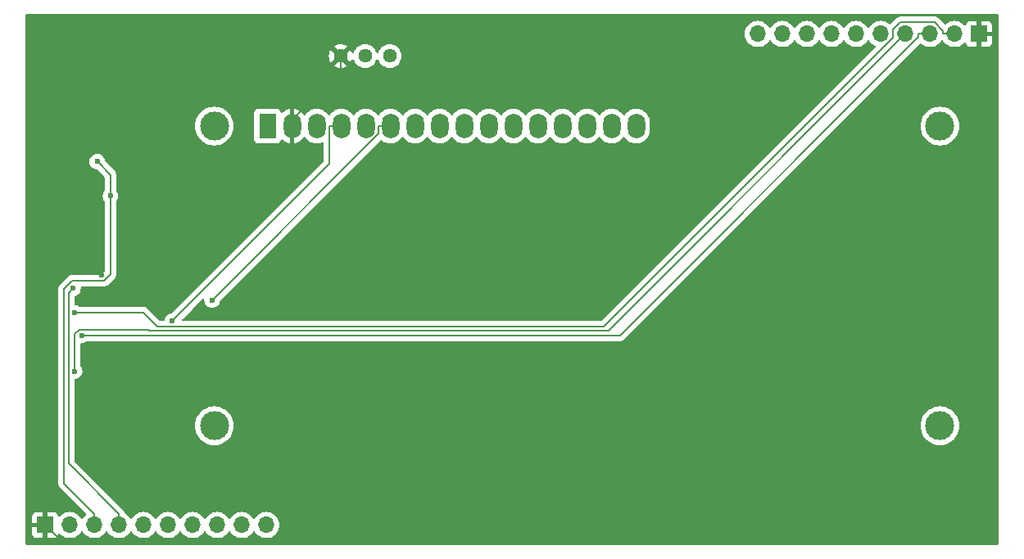
<source format=gbr>
%TF.GenerationSoftware,KiCad,Pcbnew,8.0.2*%
%TF.CreationDate,2025-01-05T21:37:03+01:00*%
%TF.ProjectId,lcd_display,6c63645f-6469-4737-906c-61792e6b6963,rev?*%
%TF.SameCoordinates,Original*%
%TF.FileFunction,Copper,L2,Bot*%
%TF.FilePolarity,Positive*%
%FSLAX46Y46*%
G04 Gerber Fmt 4.6, Leading zero omitted, Abs format (unit mm)*
G04 Created by KiCad (PCBNEW 8.0.2) date 2025-01-05 21:37:03*
%MOMM*%
%LPD*%
G01*
G04 APERTURE LIST*
%TA.AperFunction,ComponentPad*%
%ADD10R,1.700000X1.700000*%
%TD*%
%TA.AperFunction,ComponentPad*%
%ADD11O,1.700000X1.700000*%
%TD*%
%TA.AperFunction,ComponentPad*%
%ADD12C,1.440000*%
%TD*%
%TA.AperFunction,ComponentPad*%
%ADD13C,3.000000*%
%TD*%
%TA.AperFunction,ComponentPad*%
%ADD14R,1.800000X2.600000*%
%TD*%
%TA.AperFunction,ComponentPad*%
%ADD15O,1.800000X2.600000*%
%TD*%
%TA.AperFunction,ViaPad*%
%ADD16C,0.600000*%
%TD*%
%TA.AperFunction,Conductor*%
%ADD17C,0.200000*%
%TD*%
G04 APERTURE END LIST*
D10*
%TO.P,J1,1,Pin_1*%
%TO.N,VCC*%
X25338000Y-73660000D03*
D11*
%TO.P,J1,2,Pin_2*%
%TO.N,CLK*%
X27878000Y-73660000D03*
%TO.P,J1,3,Pin_3*%
%TO.N,IN*%
X30418000Y-73660000D03*
%TO.P,J1,4,Pin_4*%
%TO.N,~{CLR}*%
X32958000Y-73660000D03*
%TO.P,J1,5,Pin_5*%
%TO.N,unconnected-(J1-Pin_5-Pad5)*%
X35498000Y-73660000D03*
%TO.P,J1,6,Pin_6*%
%TO.N,unconnected-(J1-Pin_6-Pad6)*%
X38038000Y-73660000D03*
%TO.P,J1,7,Pin_7*%
%TO.N,unconnected-(J1-Pin_7-Pad7)*%
X40578000Y-73660000D03*
%TO.P,J1,8,Pin_8*%
%TO.N,unconnected-(J1-Pin_8-Pad8)*%
X43118000Y-73660000D03*
%TO.P,J1,9,Pin_9*%
%TO.N,unconnected-(J1-Pin_9-Pad9)*%
X45658000Y-73660000D03*
%TO.P,J1,10,Pin_10*%
%TO.N,GND*%
X48198000Y-73660000D03*
%TD*%
D12*
%TO.P,RV1,1,1*%
%TO.N,GND*%
X60960000Y-25146000D03*
%TO.P,RV1,2,2*%
%TO.N,Net-(DS1-VO)*%
X58420000Y-25146000D03*
%TO.P,RV1,3,3*%
%TO.N,VCC*%
X55880000Y-25146000D03*
%TD*%
D13*
%TO.P,DS1,*%
%TO.N,*%
X42825900Y-32385000D03*
X42825900Y-63385700D03*
X117824480Y-63385700D03*
X117825000Y-32385000D03*
D14*
%TO.P,DS1,1,VSS*%
%TO.N,GND*%
X48325000Y-32385000D03*
D15*
%TO.P,DS1,2,VDD*%
%TO.N,VCC*%
X50865000Y-32385000D03*
%TO.P,DS1,3,VO*%
%TO.N,Net-(DS1-VO)*%
X53405000Y-32385000D03*
%TO.P,DS1,4,RS*%
%TO.N,D6*%
X55945000Y-32385000D03*
%TO.P,DS1,5,R/W*%
%TO.N,GND*%
X58485000Y-32385000D03*
%TO.P,DS1,6,E*%
%TO.N,D7*%
X61025000Y-32385000D03*
%TO.P,DS1,7,D0*%
%TO.N,unconnected-(DS1-D0-Pad7)*%
X63565000Y-32385000D03*
%TO.P,DS1,8,D1*%
%TO.N,unconnected-(DS1-D1-Pad8)*%
X66105000Y-32385000D03*
%TO.P,DS1,9,D2*%
%TO.N,unconnected-(DS1-D2-Pad9)*%
X68645000Y-32385000D03*
%TO.P,DS1,10,D3*%
%TO.N,unconnected-(DS1-D3-Pad10)*%
X71185000Y-32385000D03*
%TO.P,DS1,11,D4*%
%TO.N,D0*%
X73725000Y-32385000D03*
%TO.P,DS1,12,D5*%
%TO.N,D1*%
X76265000Y-32385000D03*
%TO.P,DS1,13,D6*%
%TO.N,D2*%
X78805000Y-32385000D03*
%TO.P,DS1,14,D7*%
%TO.N,D3*%
X81345000Y-32385000D03*
%TO.P,DS1,15,LED(+)*%
%TO.N,Net-(DS1-LED(+))*%
X83885000Y-32385000D03*
%TO.P,DS1,16,LED(-)*%
%TO.N,GND*%
X86425000Y-32385000D03*
%TD*%
D10*
%TO.P,J2,1,Pin_1*%
%TO.N,VCC*%
X121858000Y-22860000D03*
D11*
%TO.P,J2,2,Pin_2*%
%TO.N,BUS0*%
X119318000Y-22860000D03*
%TO.P,J2,3,Pin_3*%
%TO.N,BUS1*%
X116778000Y-22860000D03*
%TO.P,J2,4,Pin_4*%
%TO.N,BUS2*%
X114238000Y-22860000D03*
%TO.P,J2,5,Pin_5*%
%TO.N,BUS3*%
X111698000Y-22860000D03*
%TO.P,J2,6,Pin_6*%
%TO.N,BUS4*%
X109158000Y-22860000D03*
%TO.P,J2,7,Pin_7*%
%TO.N,BUS5*%
X106618000Y-22860000D03*
%TO.P,J2,8,Pin_8*%
%TO.N,BUS6*%
X104078000Y-22860000D03*
%TO.P,J2,9,Pin_9*%
%TO.N,BUS7*%
X101538000Y-22860000D03*
%TO.P,J2,10,Pin_10*%
%TO.N,GND*%
X98998000Y-22860000D03*
%TD*%
D16*
%TO.N,BUS0*%
X28348400Y-51689000D03*
%TO.N,BUS2*%
X28385000Y-57746800D03*
%TO.N,BUS1*%
X29137600Y-54034400D03*
%TO.N,~{CLR}*%
X28231700Y-49191500D03*
%TO.N,IN*%
X30734000Y-36068000D03*
X32096000Y-39624000D03*
%TO.N,D6*%
X38465100Y-52550300D03*
%TO.N,D7*%
X42602100Y-50406800D03*
%TO.N,VCC*%
X81788000Y-24130000D03*
X28241900Y-30204500D03*
X31173700Y-47777300D03*
%TD*%
D17*
%TO.N,BUS0*%
X119318000Y-22860000D02*
X118167900Y-22860000D01*
X35494800Y-51689000D02*
X28348400Y-51689000D01*
X36956300Y-53150500D02*
X35494800Y-51689000D01*
X83100100Y-53150500D02*
X36956300Y-53150500D01*
X112968000Y-23282600D02*
X83100100Y-53150500D01*
X112968000Y-22438300D02*
X112968000Y-23282600D01*
X113735900Y-21670400D02*
X112968000Y-22438300D01*
X117265800Y-21670400D02*
X113735900Y-21670400D01*
X118167900Y-22572500D02*
X117265800Y-21670400D01*
X118167900Y-22860000D02*
X118167900Y-22572500D01*
%TO.N,BUS2*%
X28385000Y-53936000D02*
X28385000Y-57746800D01*
X28888500Y-53432500D02*
X28385000Y-53936000D01*
X35998200Y-53432500D02*
X28888500Y-53432500D01*
X36116400Y-53550700D02*
X35998200Y-53432500D01*
X83547300Y-53550700D02*
X36116400Y-53550700D01*
X114238000Y-22860000D02*
X83547300Y-53550700D01*
%TO.N,BUS1*%
X84741000Y-54034400D02*
X29137600Y-54034400D01*
X115627900Y-23147500D02*
X84741000Y-54034400D01*
X115627900Y-22860000D02*
X115627900Y-23147500D01*
X116778000Y-22860000D02*
X115627900Y-22860000D01*
%TO.N,~{CLR}*%
X27748200Y-49675000D02*
X28231700Y-49191500D01*
X27748200Y-67300100D02*
X27748200Y-49675000D01*
X32958000Y-72509900D02*
X27748200Y-67300100D01*
X32958000Y-73660000D02*
X32958000Y-72509900D01*
%TO.N,IN*%
X32096000Y-37430000D02*
X30734000Y-36068000D01*
X32096000Y-39624000D02*
X32096000Y-37430000D01*
X27299100Y-69391000D02*
X30418000Y-72509900D01*
X27299100Y-49198400D02*
X27299100Y-69391000D01*
X28117200Y-48380300D02*
X27299100Y-49198400D01*
X31423900Y-48380300D02*
X28117200Y-48380300D01*
X32096000Y-47708200D02*
X31423900Y-48380300D01*
X32096000Y-39624000D02*
X32096000Y-47708200D01*
X30418000Y-73660000D02*
X30418000Y-72509900D01*
%TO.N,D6*%
X55945000Y-32385000D02*
X54744900Y-32385000D01*
X54744900Y-36270500D02*
X38465100Y-52550300D01*
X54744900Y-32385000D02*
X54744900Y-36270500D01*
%TO.N,D7*%
X61025000Y-32385000D02*
X59824900Y-32385000D01*
X59824900Y-33184000D02*
X42602100Y-50406800D01*
X59824900Y-32385000D02*
X59824900Y-33184000D01*
%TO.N,VCC*%
X81788000Y-24130000D02*
X78578000Y-20920000D01*
X50800000Y-20920000D02*
X78232000Y-20920000D01*
X78578000Y-20920000D02*
X78232000Y-20920000D01*
X26862000Y-75184000D02*
X25338000Y-73660000D01*
X120142000Y-75184000D02*
X26862000Y-75184000D01*
X121858000Y-73468000D02*
X120142000Y-75184000D01*
X121858000Y-22860000D02*
X121858000Y-73468000D01*
X50865000Y-29907000D02*
X50865000Y-31685000D01*
X51308000Y-29464000D02*
X50865000Y-29907000D01*
X51308000Y-28956000D02*
X51308000Y-29464000D01*
X52324000Y-27940000D02*
X51308000Y-28956000D01*
X52324000Y-22444000D02*
X52324000Y-27940000D01*
X50800000Y-20920000D02*
X52324000Y-22444000D01*
X55880000Y-26670000D02*
X55880000Y-25146000D01*
X50865000Y-31685000D02*
X55880000Y-26670000D01*
X50865000Y-32385000D02*
X50865000Y-31685000D01*
X50865000Y-31685000D02*
X50865000Y-32385000D01*
X78232000Y-20920000D02*
X78578000Y-20920000D01*
X121858000Y-21398000D02*
X121858000Y-22860000D01*
X121920000Y-21336000D02*
X121858000Y-21398000D01*
X121504000Y-20920000D02*
X121920000Y-21336000D01*
X78578000Y-20920000D02*
X121504000Y-20920000D01*
X28241900Y-30204500D02*
X23622000Y-30204500D01*
X25054000Y-20920000D02*
X50800000Y-20920000D01*
X23622000Y-22352000D02*
X25054000Y-20920000D01*
X23622000Y-30204500D02*
X23622000Y-22352000D01*
X23622000Y-70358000D02*
X23622000Y-47660800D01*
X24130000Y-70866000D02*
X23622000Y-70358000D01*
X24130000Y-71120000D02*
X24130000Y-70866000D01*
X25338000Y-72328000D02*
X24130000Y-71120000D01*
X25338000Y-73660000D02*
X25338000Y-72328000D01*
X23622000Y-47660800D02*
X23622000Y-30204500D01*
X31057200Y-47660800D02*
X31173700Y-47777300D01*
X23622000Y-47660800D02*
X31057200Y-47660800D01*
%TD*%
%TA.AperFunction,Conductor*%
%TO.N,VCC*%
G36*
X123840539Y-20840185D02*
G01*
X123886294Y-20892989D01*
X123897500Y-20944500D01*
X123897500Y-75575500D01*
X123877815Y-75642539D01*
X123825011Y-75688294D01*
X123773500Y-75699500D01*
X23422500Y-75699500D01*
X23355461Y-75679815D01*
X23309706Y-75627011D01*
X23298500Y-75575500D01*
X23298500Y-72762155D01*
X23988000Y-72762155D01*
X23988000Y-73410000D01*
X24904988Y-73410000D01*
X24872075Y-73467007D01*
X24838000Y-73594174D01*
X24838000Y-73725826D01*
X24872075Y-73852993D01*
X24904988Y-73910000D01*
X23988000Y-73910000D01*
X23988000Y-74557844D01*
X23994401Y-74617372D01*
X23994403Y-74617379D01*
X24044645Y-74752086D01*
X24044649Y-74752093D01*
X24130809Y-74867187D01*
X24130812Y-74867190D01*
X24245906Y-74953350D01*
X24245913Y-74953354D01*
X24380620Y-75003596D01*
X24380627Y-75003598D01*
X24440155Y-75009999D01*
X24440172Y-75010000D01*
X25088000Y-75010000D01*
X25088000Y-74093012D01*
X25145007Y-74125925D01*
X25272174Y-74160000D01*
X25403826Y-74160000D01*
X25530993Y-74125925D01*
X25588000Y-74093012D01*
X25588000Y-75010000D01*
X26235828Y-75010000D01*
X26235844Y-75009999D01*
X26295372Y-75003598D01*
X26295379Y-75003596D01*
X26430086Y-74953354D01*
X26430093Y-74953350D01*
X26545187Y-74867190D01*
X26545190Y-74867187D01*
X26631350Y-74752093D01*
X26631354Y-74752086D01*
X26680422Y-74620529D01*
X26722293Y-74564595D01*
X26787757Y-74540178D01*
X26856030Y-74555030D01*
X26884285Y-74576181D01*
X27006599Y-74698495D01*
X27083135Y-74752086D01*
X27200165Y-74834032D01*
X27200167Y-74834033D01*
X27200170Y-74834035D01*
X27414337Y-74933903D01*
X27642592Y-74995063D01*
X27813319Y-75010000D01*
X27877999Y-75015659D01*
X27878000Y-75015659D01*
X27878001Y-75015659D01*
X27942681Y-75010000D01*
X28113408Y-74995063D01*
X28341663Y-74933903D01*
X28555830Y-74834035D01*
X28749401Y-74698495D01*
X28916495Y-74531401D01*
X29046425Y-74345842D01*
X29101002Y-74302217D01*
X29170500Y-74295023D01*
X29232855Y-74326546D01*
X29249575Y-74345842D01*
X29379500Y-74531395D01*
X29379505Y-74531401D01*
X29546599Y-74698495D01*
X29623135Y-74752086D01*
X29740165Y-74834032D01*
X29740167Y-74834033D01*
X29740170Y-74834035D01*
X29954337Y-74933903D01*
X30182592Y-74995063D01*
X30353319Y-75010000D01*
X30417999Y-75015659D01*
X30418000Y-75015659D01*
X30418001Y-75015659D01*
X30482681Y-75010000D01*
X30653408Y-74995063D01*
X30881663Y-74933903D01*
X31095830Y-74834035D01*
X31289401Y-74698495D01*
X31456495Y-74531401D01*
X31586425Y-74345842D01*
X31641002Y-74302217D01*
X31710500Y-74295023D01*
X31772855Y-74326546D01*
X31789575Y-74345842D01*
X31919500Y-74531395D01*
X31919505Y-74531401D01*
X32086599Y-74698495D01*
X32163135Y-74752086D01*
X32280165Y-74834032D01*
X32280167Y-74834033D01*
X32280170Y-74834035D01*
X32494337Y-74933903D01*
X32722592Y-74995063D01*
X32893319Y-75010000D01*
X32957999Y-75015659D01*
X32958000Y-75015659D01*
X32958001Y-75015659D01*
X33022681Y-75010000D01*
X33193408Y-74995063D01*
X33421663Y-74933903D01*
X33635830Y-74834035D01*
X33829401Y-74698495D01*
X33996495Y-74531401D01*
X34126425Y-74345842D01*
X34181002Y-74302217D01*
X34250500Y-74295023D01*
X34312855Y-74326546D01*
X34329575Y-74345842D01*
X34459500Y-74531395D01*
X34459505Y-74531401D01*
X34626599Y-74698495D01*
X34703135Y-74752086D01*
X34820165Y-74834032D01*
X34820167Y-74834033D01*
X34820170Y-74834035D01*
X35034337Y-74933903D01*
X35262592Y-74995063D01*
X35433319Y-75010000D01*
X35497999Y-75015659D01*
X35498000Y-75015659D01*
X35498001Y-75015659D01*
X35562681Y-75010000D01*
X35733408Y-74995063D01*
X35961663Y-74933903D01*
X36175830Y-74834035D01*
X36369401Y-74698495D01*
X36536495Y-74531401D01*
X36666425Y-74345842D01*
X36721002Y-74302217D01*
X36790500Y-74295023D01*
X36852855Y-74326546D01*
X36869575Y-74345842D01*
X36999500Y-74531395D01*
X36999505Y-74531401D01*
X37166599Y-74698495D01*
X37243135Y-74752086D01*
X37360165Y-74834032D01*
X37360167Y-74834033D01*
X37360170Y-74834035D01*
X37574337Y-74933903D01*
X37802592Y-74995063D01*
X37973319Y-75010000D01*
X38037999Y-75015659D01*
X38038000Y-75015659D01*
X38038001Y-75015659D01*
X38102681Y-75010000D01*
X38273408Y-74995063D01*
X38501663Y-74933903D01*
X38715830Y-74834035D01*
X38909401Y-74698495D01*
X39076495Y-74531401D01*
X39206425Y-74345842D01*
X39261002Y-74302217D01*
X39330500Y-74295023D01*
X39392855Y-74326546D01*
X39409575Y-74345842D01*
X39539500Y-74531395D01*
X39539505Y-74531401D01*
X39706599Y-74698495D01*
X39783135Y-74752086D01*
X39900165Y-74834032D01*
X39900167Y-74834033D01*
X39900170Y-74834035D01*
X40114337Y-74933903D01*
X40342592Y-74995063D01*
X40513319Y-75010000D01*
X40577999Y-75015659D01*
X40578000Y-75015659D01*
X40578001Y-75015659D01*
X40642681Y-75010000D01*
X40813408Y-74995063D01*
X41041663Y-74933903D01*
X41255830Y-74834035D01*
X41449401Y-74698495D01*
X41616495Y-74531401D01*
X41746425Y-74345842D01*
X41801002Y-74302217D01*
X41870500Y-74295023D01*
X41932855Y-74326546D01*
X41949575Y-74345842D01*
X42079500Y-74531395D01*
X42079505Y-74531401D01*
X42246599Y-74698495D01*
X42323135Y-74752086D01*
X42440165Y-74834032D01*
X42440167Y-74834033D01*
X42440170Y-74834035D01*
X42654337Y-74933903D01*
X42882592Y-74995063D01*
X43053319Y-75010000D01*
X43117999Y-75015659D01*
X43118000Y-75015659D01*
X43118001Y-75015659D01*
X43182681Y-75010000D01*
X43353408Y-74995063D01*
X43581663Y-74933903D01*
X43795830Y-74834035D01*
X43989401Y-74698495D01*
X44156495Y-74531401D01*
X44286425Y-74345842D01*
X44341002Y-74302217D01*
X44410500Y-74295023D01*
X44472855Y-74326546D01*
X44489575Y-74345842D01*
X44619500Y-74531395D01*
X44619505Y-74531401D01*
X44786599Y-74698495D01*
X44863135Y-74752086D01*
X44980165Y-74834032D01*
X44980167Y-74834033D01*
X44980170Y-74834035D01*
X45194337Y-74933903D01*
X45422592Y-74995063D01*
X45593319Y-75010000D01*
X45657999Y-75015659D01*
X45658000Y-75015659D01*
X45658001Y-75015659D01*
X45722681Y-75010000D01*
X45893408Y-74995063D01*
X46121663Y-74933903D01*
X46335830Y-74834035D01*
X46529401Y-74698495D01*
X46696495Y-74531401D01*
X46826425Y-74345842D01*
X46881002Y-74302217D01*
X46950500Y-74295023D01*
X47012855Y-74326546D01*
X47029575Y-74345842D01*
X47159500Y-74531395D01*
X47159505Y-74531401D01*
X47326599Y-74698495D01*
X47403135Y-74752086D01*
X47520165Y-74834032D01*
X47520167Y-74834033D01*
X47520170Y-74834035D01*
X47734337Y-74933903D01*
X47962592Y-74995063D01*
X48133319Y-75010000D01*
X48197999Y-75015659D01*
X48198000Y-75015659D01*
X48198001Y-75015659D01*
X48262681Y-75010000D01*
X48433408Y-74995063D01*
X48661663Y-74933903D01*
X48875830Y-74834035D01*
X49069401Y-74698495D01*
X49236495Y-74531401D01*
X49372035Y-74337830D01*
X49471903Y-74123663D01*
X49533063Y-73895408D01*
X49553659Y-73660000D01*
X49533063Y-73424592D01*
X49471903Y-73196337D01*
X49372035Y-72982171D01*
X49366425Y-72974158D01*
X49236494Y-72788597D01*
X49069402Y-72621506D01*
X49069395Y-72621501D01*
X48875834Y-72485967D01*
X48875830Y-72485965D01*
X48875826Y-72485963D01*
X48661663Y-72386097D01*
X48661659Y-72386096D01*
X48661655Y-72386094D01*
X48433413Y-72324938D01*
X48433403Y-72324936D01*
X48198001Y-72304341D01*
X48197999Y-72304341D01*
X47962596Y-72324936D01*
X47962586Y-72324938D01*
X47734344Y-72386094D01*
X47734335Y-72386098D01*
X47520171Y-72485964D01*
X47520169Y-72485965D01*
X47326597Y-72621505D01*
X47159505Y-72788597D01*
X47029575Y-72974158D01*
X46974998Y-73017783D01*
X46905500Y-73024977D01*
X46843145Y-72993454D01*
X46826425Y-72974158D01*
X46696494Y-72788597D01*
X46529402Y-72621506D01*
X46529395Y-72621501D01*
X46335834Y-72485967D01*
X46335830Y-72485965D01*
X46335826Y-72485963D01*
X46121663Y-72386097D01*
X46121659Y-72386096D01*
X46121655Y-72386094D01*
X45893413Y-72324938D01*
X45893403Y-72324936D01*
X45658001Y-72304341D01*
X45657999Y-72304341D01*
X45422596Y-72324936D01*
X45422586Y-72324938D01*
X45194344Y-72386094D01*
X45194335Y-72386098D01*
X44980171Y-72485964D01*
X44980169Y-72485965D01*
X44786597Y-72621505D01*
X44619505Y-72788597D01*
X44489575Y-72974158D01*
X44434998Y-73017783D01*
X44365500Y-73024977D01*
X44303145Y-72993454D01*
X44286425Y-72974158D01*
X44156494Y-72788597D01*
X43989402Y-72621506D01*
X43989395Y-72621501D01*
X43795834Y-72485967D01*
X43795830Y-72485965D01*
X43795826Y-72485963D01*
X43581663Y-72386097D01*
X43581659Y-72386096D01*
X43581655Y-72386094D01*
X43353413Y-72324938D01*
X43353403Y-72324936D01*
X43118001Y-72304341D01*
X43117999Y-72304341D01*
X42882596Y-72324936D01*
X42882586Y-72324938D01*
X42654344Y-72386094D01*
X42654335Y-72386098D01*
X42440171Y-72485964D01*
X42440169Y-72485965D01*
X42246597Y-72621505D01*
X42079505Y-72788597D01*
X41949575Y-72974158D01*
X41894998Y-73017783D01*
X41825500Y-73024977D01*
X41763145Y-72993454D01*
X41746425Y-72974158D01*
X41616494Y-72788597D01*
X41449402Y-72621506D01*
X41449395Y-72621501D01*
X41255834Y-72485967D01*
X41255830Y-72485965D01*
X41255826Y-72485963D01*
X41041663Y-72386097D01*
X41041659Y-72386096D01*
X41041655Y-72386094D01*
X40813413Y-72324938D01*
X40813403Y-72324936D01*
X40578001Y-72304341D01*
X40577999Y-72304341D01*
X40342596Y-72324936D01*
X40342586Y-72324938D01*
X40114344Y-72386094D01*
X40114335Y-72386098D01*
X39900171Y-72485964D01*
X39900169Y-72485965D01*
X39706597Y-72621505D01*
X39539505Y-72788597D01*
X39409575Y-72974158D01*
X39354998Y-73017783D01*
X39285500Y-73024977D01*
X39223145Y-72993454D01*
X39206425Y-72974158D01*
X39076494Y-72788597D01*
X38909402Y-72621506D01*
X38909395Y-72621501D01*
X38715834Y-72485967D01*
X38715830Y-72485965D01*
X38715826Y-72485963D01*
X38501663Y-72386097D01*
X38501659Y-72386096D01*
X38501655Y-72386094D01*
X38273413Y-72324938D01*
X38273403Y-72324936D01*
X38038001Y-72304341D01*
X38037999Y-72304341D01*
X37802596Y-72324936D01*
X37802586Y-72324938D01*
X37574344Y-72386094D01*
X37574335Y-72386098D01*
X37360171Y-72485964D01*
X37360169Y-72485965D01*
X37166597Y-72621505D01*
X36999505Y-72788597D01*
X36869575Y-72974158D01*
X36814998Y-73017783D01*
X36745500Y-73024977D01*
X36683145Y-72993454D01*
X36666425Y-72974158D01*
X36536494Y-72788597D01*
X36369402Y-72621506D01*
X36369395Y-72621501D01*
X36175834Y-72485967D01*
X36175830Y-72485965D01*
X36175826Y-72485963D01*
X35961663Y-72386097D01*
X35961659Y-72386096D01*
X35961655Y-72386094D01*
X35733413Y-72324938D01*
X35733403Y-72324936D01*
X35498001Y-72304341D01*
X35497999Y-72304341D01*
X35262596Y-72324936D01*
X35262586Y-72324938D01*
X35034344Y-72386094D01*
X35034335Y-72386098D01*
X34820171Y-72485964D01*
X34820169Y-72485965D01*
X34626597Y-72621505D01*
X34459505Y-72788597D01*
X34329575Y-72974158D01*
X34274998Y-73017783D01*
X34205500Y-73024977D01*
X34143145Y-72993454D01*
X34126425Y-72974158D01*
X33996494Y-72788597D01*
X33829402Y-72621506D01*
X33829395Y-72621501D01*
X33635831Y-72485965D01*
X33635828Y-72485963D01*
X33616739Y-72477062D01*
X33564301Y-72430889D01*
X33549373Y-72396780D01*
X33517577Y-72278115D01*
X33488639Y-72227995D01*
X33438520Y-72141184D01*
X33326716Y-72029380D01*
X33326715Y-72029379D01*
X33322385Y-72025049D01*
X33322374Y-72025039D01*
X28385019Y-67087684D01*
X28351534Y-67026361D01*
X28348700Y-67000003D01*
X28348700Y-63385698D01*
X40820290Y-63385698D01*
X40820290Y-63385701D01*
X40840704Y-63671133D01*
X40901528Y-63950737D01*
X41001535Y-64218866D01*
X41138670Y-64470009D01*
X41138675Y-64470017D01*
X41310154Y-64699087D01*
X41310170Y-64699105D01*
X41512494Y-64901429D01*
X41512512Y-64901445D01*
X41741582Y-65072924D01*
X41741590Y-65072929D01*
X41992733Y-65210064D01*
X41992732Y-65210064D01*
X41992736Y-65210065D01*
X41992739Y-65210067D01*
X42260854Y-65310069D01*
X42260860Y-65310070D01*
X42260862Y-65310071D01*
X42540466Y-65370895D01*
X42540468Y-65370895D01*
X42540472Y-65370896D01*
X42794120Y-65389037D01*
X42825899Y-65391310D01*
X42825900Y-65391310D01*
X42825901Y-65391310D01*
X42854495Y-65389264D01*
X43111328Y-65370896D01*
X43390946Y-65310069D01*
X43659061Y-65210067D01*
X43910215Y-65072926D01*
X44139295Y-64901439D01*
X44341639Y-64699095D01*
X44513126Y-64470015D01*
X44650267Y-64218861D01*
X44750269Y-63950746D01*
X44811096Y-63671128D01*
X44831510Y-63385700D01*
X44831510Y-63385698D01*
X115818870Y-63385698D01*
X115818870Y-63385701D01*
X115839284Y-63671133D01*
X115900108Y-63950737D01*
X116000115Y-64218866D01*
X116137250Y-64470009D01*
X116137255Y-64470017D01*
X116308734Y-64699087D01*
X116308750Y-64699105D01*
X116511074Y-64901429D01*
X116511092Y-64901445D01*
X116740162Y-65072924D01*
X116740170Y-65072929D01*
X116991313Y-65210064D01*
X116991312Y-65210064D01*
X116991316Y-65210065D01*
X116991319Y-65210067D01*
X117259434Y-65310069D01*
X117259440Y-65310070D01*
X117259442Y-65310071D01*
X117539046Y-65370895D01*
X117539048Y-65370895D01*
X117539052Y-65370896D01*
X117792700Y-65389037D01*
X117824479Y-65391310D01*
X117824480Y-65391310D01*
X117824481Y-65391310D01*
X117853075Y-65389264D01*
X118109908Y-65370896D01*
X118389526Y-65310069D01*
X118657641Y-65210067D01*
X118908795Y-65072926D01*
X119137875Y-64901439D01*
X119340219Y-64699095D01*
X119511706Y-64470015D01*
X119648847Y-64218861D01*
X119748849Y-63950746D01*
X119809676Y-63671128D01*
X119830090Y-63385700D01*
X119809676Y-63100272D01*
X119748849Y-62820654D01*
X119648847Y-62552539D01*
X119511706Y-62301385D01*
X119511704Y-62301382D01*
X119340225Y-62072312D01*
X119340209Y-62072294D01*
X119137885Y-61869970D01*
X119137867Y-61869954D01*
X118908797Y-61698475D01*
X118908789Y-61698470D01*
X118657646Y-61561335D01*
X118657647Y-61561335D01*
X118550395Y-61521332D01*
X118389526Y-61461331D01*
X118389523Y-61461330D01*
X118389517Y-61461328D01*
X118109913Y-61400504D01*
X117824481Y-61380090D01*
X117824479Y-61380090D01*
X117539046Y-61400504D01*
X117259442Y-61461328D01*
X116991313Y-61561335D01*
X116740170Y-61698470D01*
X116740162Y-61698475D01*
X116511092Y-61869954D01*
X116511074Y-61869970D01*
X116308750Y-62072294D01*
X116308734Y-62072312D01*
X116137255Y-62301382D01*
X116137250Y-62301390D01*
X116000115Y-62552533D01*
X115900108Y-62820662D01*
X115839284Y-63100266D01*
X115818870Y-63385698D01*
X44831510Y-63385698D01*
X44811096Y-63100272D01*
X44750269Y-62820654D01*
X44650267Y-62552539D01*
X44513126Y-62301385D01*
X44513124Y-62301382D01*
X44341645Y-62072312D01*
X44341629Y-62072294D01*
X44139305Y-61869970D01*
X44139287Y-61869954D01*
X43910217Y-61698475D01*
X43910209Y-61698470D01*
X43659066Y-61561335D01*
X43659067Y-61561335D01*
X43551815Y-61521332D01*
X43390946Y-61461331D01*
X43390943Y-61461330D01*
X43390937Y-61461328D01*
X43111333Y-61400504D01*
X42825901Y-61380090D01*
X42825899Y-61380090D01*
X42540466Y-61400504D01*
X42260862Y-61461328D01*
X41992733Y-61561335D01*
X41741590Y-61698470D01*
X41741582Y-61698475D01*
X41512512Y-61869954D01*
X41512494Y-61869970D01*
X41310170Y-62072294D01*
X41310154Y-62072312D01*
X41138675Y-62301382D01*
X41138670Y-62301390D01*
X41001535Y-62552533D01*
X40901528Y-62820662D01*
X40840704Y-63100266D01*
X40820290Y-63385698D01*
X28348700Y-63385698D01*
X28348700Y-58667268D01*
X28368385Y-58600229D01*
X28421189Y-58554474D01*
X28458817Y-58544048D01*
X28564249Y-58532169D01*
X28564252Y-58532168D01*
X28564255Y-58532168D01*
X28734522Y-58472589D01*
X28887262Y-58376616D01*
X29014816Y-58249062D01*
X29110789Y-58096322D01*
X29170368Y-57926055D01*
X29190565Y-57746800D01*
X29170368Y-57567545D01*
X29110789Y-57397278D01*
X29014816Y-57244538D01*
X29014814Y-57244536D01*
X29014813Y-57244534D01*
X29012550Y-57241696D01*
X29011659Y-57239515D01*
X29011111Y-57238642D01*
X29011264Y-57238545D01*
X28986144Y-57177009D01*
X28985500Y-57164387D01*
X28985500Y-54961583D01*
X29005185Y-54894544D01*
X29057989Y-54848789D01*
X29123385Y-54838363D01*
X29137600Y-54839965D01*
X29137601Y-54839964D01*
X29137602Y-54839965D01*
X29137604Y-54839965D01*
X29316849Y-54819769D01*
X29316852Y-54819768D01*
X29316855Y-54819768D01*
X29487122Y-54760189D01*
X29639862Y-54664216D01*
X29639867Y-54664210D01*
X29642697Y-54661955D01*
X29644875Y-54661065D01*
X29645758Y-54660511D01*
X29645855Y-54660665D01*
X29707383Y-54635545D01*
X29720012Y-54634900D01*
X84654331Y-54634900D01*
X84654347Y-54634901D01*
X84661943Y-54634901D01*
X84820054Y-54634901D01*
X84820057Y-54634901D01*
X84972785Y-54593977D01*
X85022904Y-54565039D01*
X85109716Y-54514920D01*
X85221520Y-54403116D01*
X85221520Y-54403114D01*
X85231728Y-54392907D01*
X85231730Y-54392904D01*
X107239636Y-32384998D01*
X115819390Y-32384998D01*
X115819390Y-32385001D01*
X115839804Y-32670433D01*
X115900628Y-32950037D01*
X115900630Y-32950043D01*
X115900631Y-32950046D01*
X115961392Y-33112951D01*
X116000635Y-33218166D01*
X116137770Y-33469309D01*
X116137775Y-33469317D01*
X116309254Y-33698387D01*
X116309270Y-33698405D01*
X116511594Y-33900729D01*
X116511612Y-33900745D01*
X116740682Y-34072224D01*
X116740690Y-34072229D01*
X116991833Y-34209364D01*
X116991832Y-34209364D01*
X116991836Y-34209365D01*
X116991839Y-34209367D01*
X117259954Y-34309369D01*
X117259960Y-34309370D01*
X117259962Y-34309371D01*
X117539566Y-34370195D01*
X117539568Y-34370195D01*
X117539572Y-34370196D01*
X117793220Y-34388337D01*
X117824999Y-34390610D01*
X117825000Y-34390610D01*
X117825001Y-34390610D01*
X117853595Y-34388564D01*
X118110428Y-34370196D01*
X118390046Y-34309369D01*
X118658161Y-34209367D01*
X118909315Y-34072226D01*
X119138395Y-33900739D01*
X119340739Y-33698395D01*
X119512226Y-33469315D01*
X119649367Y-33218161D01*
X119749369Y-32950046D01*
X119810196Y-32670428D01*
X119830610Y-32385000D01*
X119810196Y-32099572D01*
X119749369Y-31819954D01*
X119649367Y-31551839D01*
X119592335Y-31447394D01*
X119512229Y-31300690D01*
X119512224Y-31300682D01*
X119340745Y-31071612D01*
X119340729Y-31071594D01*
X119138405Y-30869270D01*
X119138387Y-30869254D01*
X118909317Y-30697775D01*
X118909309Y-30697770D01*
X118658166Y-30560635D01*
X118658167Y-30560635D01*
X118550915Y-30520632D01*
X118390046Y-30460631D01*
X118390043Y-30460630D01*
X118390037Y-30460628D01*
X118110433Y-30399804D01*
X117825001Y-30379390D01*
X117824999Y-30379390D01*
X117539566Y-30399804D01*
X117259962Y-30460628D01*
X116991833Y-30560635D01*
X116740690Y-30697770D01*
X116740682Y-30697775D01*
X116511612Y-30869254D01*
X116511594Y-30869270D01*
X116309270Y-31071594D01*
X116309254Y-31071612D01*
X116137775Y-31300682D01*
X116137770Y-31300690D01*
X116000635Y-31551833D01*
X115900628Y-31819962D01*
X115839804Y-32099566D01*
X115819390Y-32384998D01*
X107239636Y-32384998D01*
X115728688Y-23895946D01*
X115790011Y-23862461D01*
X115859703Y-23867445D01*
X115904050Y-23895946D01*
X115906599Y-23898495D01*
X115965796Y-23939945D01*
X116100165Y-24034032D01*
X116100167Y-24034033D01*
X116100170Y-24034035D01*
X116314337Y-24133903D01*
X116314343Y-24133904D01*
X116314344Y-24133905D01*
X116369285Y-24148626D01*
X116542592Y-24195063D01*
X116713319Y-24210000D01*
X116777999Y-24215659D01*
X116778000Y-24215659D01*
X116778001Y-24215659D01*
X116842681Y-24210000D01*
X117013408Y-24195063D01*
X117241663Y-24133903D01*
X117455830Y-24034035D01*
X117649401Y-23898495D01*
X117816495Y-23731401D01*
X117946427Y-23545838D01*
X118001000Y-23502216D01*
X118070499Y-23495022D01*
X118132854Y-23526544D01*
X118149572Y-23545838D01*
X118279505Y-23731401D01*
X118446599Y-23898495D01*
X118505796Y-23939945D01*
X118640165Y-24034032D01*
X118640167Y-24034033D01*
X118640170Y-24034035D01*
X118854337Y-24133903D01*
X118854343Y-24133904D01*
X118854344Y-24133905D01*
X118909285Y-24148626D01*
X119082592Y-24195063D01*
X119253319Y-24210000D01*
X119317999Y-24215659D01*
X119318000Y-24215659D01*
X119318001Y-24215659D01*
X119382681Y-24210000D01*
X119553408Y-24195063D01*
X119781663Y-24133903D01*
X119995830Y-24034035D01*
X120189401Y-23898495D01*
X120311717Y-23776178D01*
X120373036Y-23742696D01*
X120442728Y-23747680D01*
X120498662Y-23789551D01*
X120515577Y-23820528D01*
X120564646Y-23952088D01*
X120564649Y-23952093D01*
X120650809Y-24067187D01*
X120650812Y-24067190D01*
X120765906Y-24153350D01*
X120765913Y-24153354D01*
X120900620Y-24203596D01*
X120900627Y-24203598D01*
X120960155Y-24209999D01*
X120960172Y-24210000D01*
X121608000Y-24210000D01*
X121608000Y-23293012D01*
X121665007Y-23325925D01*
X121792174Y-23360000D01*
X121923826Y-23360000D01*
X122050993Y-23325925D01*
X122108000Y-23293012D01*
X122108000Y-24210000D01*
X122755828Y-24210000D01*
X122755844Y-24209999D01*
X122815372Y-24203598D01*
X122815379Y-24203596D01*
X122950086Y-24153354D01*
X122950093Y-24153350D01*
X123065187Y-24067190D01*
X123065190Y-24067187D01*
X123151350Y-23952093D01*
X123151354Y-23952086D01*
X123201596Y-23817379D01*
X123201598Y-23817372D01*
X123207999Y-23757844D01*
X123208000Y-23757827D01*
X123208000Y-23110000D01*
X122291012Y-23110000D01*
X122323925Y-23052993D01*
X122358000Y-22925826D01*
X122358000Y-22794174D01*
X122323925Y-22667007D01*
X122291012Y-22610000D01*
X123208000Y-22610000D01*
X123208000Y-21962172D01*
X123207999Y-21962155D01*
X123201598Y-21902627D01*
X123201596Y-21902620D01*
X123151354Y-21767913D01*
X123151350Y-21767906D01*
X123065190Y-21652812D01*
X123065187Y-21652809D01*
X122950093Y-21566649D01*
X122950086Y-21566645D01*
X122815379Y-21516403D01*
X122815372Y-21516401D01*
X122755844Y-21510000D01*
X122108000Y-21510000D01*
X122108000Y-22426988D01*
X122050993Y-22394075D01*
X121923826Y-22360000D01*
X121792174Y-22360000D01*
X121665007Y-22394075D01*
X121608000Y-22426988D01*
X121608000Y-21510000D01*
X120960155Y-21510000D01*
X120900627Y-21516401D01*
X120900620Y-21516403D01*
X120765913Y-21566645D01*
X120765906Y-21566649D01*
X120650812Y-21652809D01*
X120650809Y-21652812D01*
X120564649Y-21767906D01*
X120564645Y-21767913D01*
X120515578Y-21899470D01*
X120473707Y-21955404D01*
X120408242Y-21979821D01*
X120339969Y-21964969D01*
X120311715Y-21943819D01*
X120267366Y-21899470D01*
X120189401Y-21821505D01*
X120189397Y-21821502D01*
X120189396Y-21821501D01*
X119995834Y-21685967D01*
X119995830Y-21685965D01*
X119924727Y-21652809D01*
X119781663Y-21586097D01*
X119781659Y-21586096D01*
X119781655Y-21586094D01*
X119553413Y-21524938D01*
X119553403Y-21524936D01*
X119318001Y-21504341D01*
X119317999Y-21504341D01*
X119082596Y-21524936D01*
X119082586Y-21524938D01*
X118854344Y-21586094D01*
X118854335Y-21586098D01*
X118640171Y-21685964D01*
X118640169Y-21685965D01*
X118446594Y-21821508D01*
X118446592Y-21821509D01*
X118444035Y-21824066D01*
X118442634Y-21824830D01*
X118442449Y-21824986D01*
X118442417Y-21824948D01*
X118382707Y-21857541D01*
X118313016Y-21852546D01*
X118268687Y-21824052D01*
X117753390Y-21308755D01*
X117753388Y-21308752D01*
X117634517Y-21189881D01*
X117634516Y-21189880D01*
X117547704Y-21139760D01*
X117547704Y-21139759D01*
X117547700Y-21139758D01*
X117497585Y-21110823D01*
X117344857Y-21069899D01*
X117186743Y-21069899D01*
X117179147Y-21069899D01*
X117179131Y-21069900D01*
X113822570Y-21069900D01*
X113822554Y-21069899D01*
X113814958Y-21069899D01*
X113656843Y-21069899D01*
X113580479Y-21090361D01*
X113504114Y-21110823D01*
X113504109Y-21110826D01*
X113367190Y-21189875D01*
X113367182Y-21189881D01*
X112740093Y-21816970D01*
X112678770Y-21850455D01*
X112609078Y-21845471D01*
X112572705Y-21824277D01*
X112569401Y-21821504D01*
X112375834Y-21685967D01*
X112375830Y-21685965D01*
X112304727Y-21652809D01*
X112161663Y-21586097D01*
X112161659Y-21586096D01*
X112161655Y-21586094D01*
X111933413Y-21524938D01*
X111933403Y-21524936D01*
X111698001Y-21504341D01*
X111697999Y-21504341D01*
X111462596Y-21524936D01*
X111462586Y-21524938D01*
X111234344Y-21586094D01*
X111234335Y-21586098D01*
X111020171Y-21685964D01*
X111020169Y-21685965D01*
X110826597Y-21821505D01*
X110659505Y-21988597D01*
X110529575Y-22174158D01*
X110474998Y-22217783D01*
X110405500Y-22224977D01*
X110343145Y-22193454D01*
X110326425Y-22174158D01*
X110196494Y-21988597D01*
X110029402Y-21821506D01*
X110029399Y-21821504D01*
X109952854Y-21767906D01*
X109835834Y-21685967D01*
X109835830Y-21685965D01*
X109764727Y-21652809D01*
X109621663Y-21586097D01*
X109621659Y-21586096D01*
X109621655Y-21586094D01*
X109393413Y-21524938D01*
X109393403Y-21524936D01*
X109158001Y-21504341D01*
X109157999Y-21504341D01*
X108922596Y-21524936D01*
X108922586Y-21524938D01*
X108694344Y-21586094D01*
X108694335Y-21586098D01*
X108480171Y-21685964D01*
X108480169Y-21685965D01*
X108286597Y-21821505D01*
X108119505Y-21988597D01*
X107989575Y-22174158D01*
X107934998Y-22217783D01*
X107865500Y-22224977D01*
X107803145Y-22193454D01*
X107786425Y-22174158D01*
X107656494Y-21988597D01*
X107489402Y-21821506D01*
X107489399Y-21821504D01*
X107412854Y-21767906D01*
X107295834Y-21685967D01*
X107295830Y-21685965D01*
X107224727Y-21652809D01*
X107081663Y-21586097D01*
X107081659Y-21586096D01*
X107081655Y-21586094D01*
X106853413Y-21524938D01*
X106853403Y-21524936D01*
X106618001Y-21504341D01*
X106617999Y-21504341D01*
X106382596Y-21524936D01*
X106382586Y-21524938D01*
X106154344Y-21586094D01*
X106154335Y-21586098D01*
X105940171Y-21685964D01*
X105940169Y-21685965D01*
X105746597Y-21821505D01*
X105579505Y-21988597D01*
X105449575Y-22174158D01*
X105394998Y-22217783D01*
X105325500Y-22224977D01*
X105263145Y-22193454D01*
X105246425Y-22174158D01*
X105116494Y-21988597D01*
X104949402Y-21821506D01*
X104949399Y-21821504D01*
X104872854Y-21767906D01*
X104755834Y-21685967D01*
X104755830Y-21685965D01*
X104684727Y-21652809D01*
X104541663Y-21586097D01*
X104541659Y-21586096D01*
X104541655Y-21586094D01*
X104313413Y-21524938D01*
X104313403Y-21524936D01*
X104078001Y-21504341D01*
X104077999Y-21504341D01*
X103842596Y-21524936D01*
X103842586Y-21524938D01*
X103614344Y-21586094D01*
X103614335Y-21586098D01*
X103400171Y-21685964D01*
X103400169Y-21685965D01*
X103206597Y-21821505D01*
X103039505Y-21988597D01*
X102909575Y-22174158D01*
X102854998Y-22217783D01*
X102785500Y-22224977D01*
X102723145Y-22193454D01*
X102706425Y-22174158D01*
X102576494Y-21988597D01*
X102409402Y-21821506D01*
X102409399Y-21821504D01*
X102332854Y-21767906D01*
X102215834Y-21685967D01*
X102215830Y-21685965D01*
X102144727Y-21652809D01*
X102001663Y-21586097D01*
X102001659Y-21586096D01*
X102001655Y-21586094D01*
X101773413Y-21524938D01*
X101773403Y-21524936D01*
X101538001Y-21504341D01*
X101537999Y-21504341D01*
X101302596Y-21524936D01*
X101302586Y-21524938D01*
X101074344Y-21586094D01*
X101074335Y-21586098D01*
X100860171Y-21685964D01*
X100860169Y-21685965D01*
X100666597Y-21821505D01*
X100499505Y-21988597D01*
X100369575Y-22174158D01*
X100314998Y-22217783D01*
X100245500Y-22224977D01*
X100183145Y-22193454D01*
X100166425Y-22174158D01*
X100036494Y-21988597D01*
X99869402Y-21821506D01*
X99869399Y-21821504D01*
X99792854Y-21767906D01*
X99675834Y-21685967D01*
X99675830Y-21685965D01*
X99604727Y-21652809D01*
X99461663Y-21586097D01*
X99461659Y-21586096D01*
X99461655Y-21586094D01*
X99233413Y-21524938D01*
X99233403Y-21524936D01*
X98998001Y-21504341D01*
X98997999Y-21504341D01*
X98762596Y-21524936D01*
X98762586Y-21524938D01*
X98534344Y-21586094D01*
X98534335Y-21586098D01*
X98320171Y-21685964D01*
X98320169Y-21685965D01*
X98126597Y-21821505D01*
X97959505Y-21988597D01*
X97823965Y-22182169D01*
X97823964Y-22182171D01*
X97724098Y-22396335D01*
X97724094Y-22396344D01*
X97662938Y-22624586D01*
X97662936Y-22624596D01*
X97642341Y-22859999D01*
X97642341Y-22860000D01*
X97662936Y-23095403D01*
X97662938Y-23095413D01*
X97724094Y-23323655D01*
X97724096Y-23323659D01*
X97724097Y-23323663D01*
X97804003Y-23495022D01*
X97823965Y-23537830D01*
X97823967Y-23537834D01*
X97932281Y-23692521D01*
X97959505Y-23731401D01*
X98126599Y-23898495D01*
X98185796Y-23939945D01*
X98320165Y-24034032D01*
X98320167Y-24034033D01*
X98320170Y-24034035D01*
X98534337Y-24133903D01*
X98534343Y-24133904D01*
X98534344Y-24133905D01*
X98589285Y-24148626D01*
X98762592Y-24195063D01*
X98933319Y-24210000D01*
X98997999Y-24215659D01*
X98998000Y-24215659D01*
X98998001Y-24215659D01*
X99062681Y-24210000D01*
X99233408Y-24195063D01*
X99461663Y-24133903D01*
X99675830Y-24034035D01*
X99869401Y-23898495D01*
X100036495Y-23731401D01*
X100166426Y-23545841D01*
X100221002Y-23502217D01*
X100290500Y-23495023D01*
X100352855Y-23526546D01*
X100369575Y-23545842D01*
X100499500Y-23731395D01*
X100499505Y-23731401D01*
X100666599Y-23898495D01*
X100725796Y-23939945D01*
X100860165Y-24034032D01*
X100860167Y-24034033D01*
X100860170Y-24034035D01*
X101074337Y-24133903D01*
X101074343Y-24133904D01*
X101074344Y-24133905D01*
X101129285Y-24148626D01*
X101302592Y-24195063D01*
X101473319Y-24210000D01*
X101537999Y-24215659D01*
X101538000Y-24215659D01*
X101538001Y-24215659D01*
X101602681Y-24210000D01*
X101773408Y-24195063D01*
X102001663Y-24133903D01*
X102215830Y-24034035D01*
X102409401Y-23898495D01*
X102576495Y-23731401D01*
X102706426Y-23545841D01*
X102761002Y-23502217D01*
X102830500Y-23495023D01*
X102892855Y-23526546D01*
X102909575Y-23545842D01*
X103039500Y-23731395D01*
X103039505Y-23731401D01*
X103206599Y-23898495D01*
X103265796Y-23939945D01*
X103400165Y-24034032D01*
X103400167Y-24034033D01*
X103400170Y-24034035D01*
X103614337Y-24133903D01*
X103614343Y-24133904D01*
X103614344Y-24133905D01*
X103669285Y-24148626D01*
X103842592Y-24195063D01*
X104013319Y-24210000D01*
X104077999Y-24215659D01*
X104078000Y-24215659D01*
X104078001Y-24215659D01*
X104142681Y-24210000D01*
X104313408Y-24195063D01*
X104541663Y-24133903D01*
X104755830Y-24034035D01*
X104949401Y-23898495D01*
X105116495Y-23731401D01*
X105246426Y-23545841D01*
X105301002Y-23502217D01*
X105370500Y-23495023D01*
X105432855Y-23526546D01*
X105449575Y-23545842D01*
X105579500Y-23731395D01*
X105579505Y-23731401D01*
X105746599Y-23898495D01*
X105805796Y-23939945D01*
X105940165Y-24034032D01*
X105940167Y-24034033D01*
X105940170Y-24034035D01*
X106154337Y-24133903D01*
X106154343Y-24133904D01*
X106154344Y-24133905D01*
X106209285Y-24148626D01*
X106382592Y-24195063D01*
X106553319Y-24210000D01*
X106617999Y-24215659D01*
X106618000Y-24215659D01*
X106618001Y-24215659D01*
X106682681Y-24210000D01*
X106853408Y-24195063D01*
X107081663Y-24133903D01*
X107295830Y-24034035D01*
X107489401Y-23898495D01*
X107656495Y-23731401D01*
X107786426Y-23545841D01*
X107841002Y-23502217D01*
X107910500Y-23495023D01*
X107972855Y-23526546D01*
X107989575Y-23545842D01*
X108119500Y-23731395D01*
X108119505Y-23731401D01*
X108286599Y-23898495D01*
X108345796Y-23939945D01*
X108480165Y-24034032D01*
X108480167Y-24034033D01*
X108480170Y-24034035D01*
X108694337Y-24133903D01*
X108694343Y-24133904D01*
X108694344Y-24133905D01*
X108749285Y-24148626D01*
X108922592Y-24195063D01*
X109093319Y-24210000D01*
X109157999Y-24215659D01*
X109158000Y-24215659D01*
X109158001Y-24215659D01*
X109222681Y-24210000D01*
X109393408Y-24195063D01*
X109621663Y-24133903D01*
X109835830Y-24034035D01*
X110029401Y-23898495D01*
X110196495Y-23731401D01*
X110326426Y-23545841D01*
X110381002Y-23502217D01*
X110450500Y-23495023D01*
X110512855Y-23526546D01*
X110529575Y-23545842D01*
X110659500Y-23731395D01*
X110659505Y-23731401D01*
X110826599Y-23898495D01*
X110885796Y-23939945D01*
X111020165Y-24034032D01*
X111020167Y-24034033D01*
X111020170Y-24034035D01*
X111096429Y-24069595D01*
X111148868Y-24115767D01*
X111168020Y-24182961D01*
X111147804Y-24249842D01*
X111131705Y-24269658D01*
X82887684Y-52513681D01*
X82826361Y-52547166D01*
X82800003Y-52550000D01*
X39613997Y-52550000D01*
X39546958Y-52530315D01*
X39501203Y-52477511D01*
X39491259Y-52408353D01*
X39520284Y-52344797D01*
X39526316Y-52338319D01*
X40544351Y-51320284D01*
X41588965Y-50275668D01*
X41650287Y-50242185D01*
X41719979Y-50247169D01*
X41775912Y-50289041D01*
X41800329Y-50354505D01*
X41799866Y-50377232D01*
X41796535Y-50406801D01*
X41796535Y-50406803D01*
X41816730Y-50586049D01*
X41816731Y-50586054D01*
X41876311Y-50756323D01*
X41910802Y-50811214D01*
X41972284Y-50909062D01*
X42099838Y-51036616D01*
X42182409Y-51088499D01*
X42247542Y-51129425D01*
X42252578Y-51132589D01*
X42422845Y-51192168D01*
X42422850Y-51192169D01*
X42602096Y-51212365D01*
X42602100Y-51212365D01*
X42602104Y-51212365D01*
X42781349Y-51192169D01*
X42781352Y-51192168D01*
X42781355Y-51192168D01*
X42951622Y-51132589D01*
X43104362Y-51036616D01*
X43231916Y-50909062D01*
X43327889Y-50756322D01*
X43387468Y-50586055D01*
X43397261Y-50499129D01*
X43424326Y-50434718D01*
X43432790Y-50425343D01*
X59975346Y-33882788D01*
X60036667Y-33849305D01*
X60106359Y-33854289D01*
X60135910Y-33870153D01*
X60275113Y-33971288D01*
X60290978Y-33982815D01*
X60419375Y-34048237D01*
X60487393Y-34082895D01*
X60487396Y-34082896D01*
X60572924Y-34110685D01*
X60697049Y-34151015D01*
X60914778Y-34185500D01*
X60914779Y-34185500D01*
X61135221Y-34185500D01*
X61135222Y-34185500D01*
X61352951Y-34151015D01*
X61562606Y-34082895D01*
X61759022Y-33982815D01*
X61937365Y-33853242D01*
X62093242Y-33697365D01*
X62103804Y-33682826D01*
X62194682Y-33557745D01*
X62250011Y-33515079D01*
X62319625Y-33509100D01*
X62381420Y-33541705D01*
X62395318Y-33557745D01*
X62496752Y-33697358D01*
X62496756Y-33697363D01*
X62652636Y-33853243D01*
X62652641Y-33853247D01*
X62754603Y-33927326D01*
X62830978Y-33982815D01*
X62959375Y-34048237D01*
X63027393Y-34082895D01*
X63027396Y-34082896D01*
X63112924Y-34110685D01*
X63237049Y-34151015D01*
X63454778Y-34185500D01*
X63454779Y-34185500D01*
X63675221Y-34185500D01*
X63675222Y-34185500D01*
X63892951Y-34151015D01*
X64102606Y-34082895D01*
X64299022Y-33982815D01*
X64477365Y-33853242D01*
X64633242Y-33697365D01*
X64643804Y-33682826D01*
X64734682Y-33557745D01*
X64790011Y-33515079D01*
X64859625Y-33509100D01*
X64921420Y-33541705D01*
X64935318Y-33557745D01*
X65036752Y-33697358D01*
X65036756Y-33697363D01*
X65192636Y-33853243D01*
X65192641Y-33853247D01*
X65294603Y-33927326D01*
X65370978Y-33982815D01*
X65499375Y-34048237D01*
X65567393Y-34082895D01*
X65567396Y-34082896D01*
X65652924Y-34110685D01*
X65777049Y-34151015D01*
X65994778Y-34185500D01*
X65994779Y-34185500D01*
X66215221Y-34185500D01*
X66215222Y-34185500D01*
X66432951Y-34151015D01*
X66642606Y-34082895D01*
X66839022Y-33982815D01*
X67017365Y-33853242D01*
X67173242Y-33697365D01*
X67183804Y-33682826D01*
X67274682Y-33557745D01*
X67330011Y-33515079D01*
X67399625Y-33509100D01*
X67461420Y-33541705D01*
X67475318Y-33557745D01*
X67576752Y-33697358D01*
X67576756Y-33697363D01*
X67732636Y-33853243D01*
X67732641Y-33853247D01*
X67834603Y-33927326D01*
X67910978Y-33982815D01*
X68039375Y-34048237D01*
X68107393Y-34082895D01*
X68107396Y-34082896D01*
X68192924Y-34110685D01*
X68317049Y-34151015D01*
X68534778Y-34185500D01*
X68534779Y-34185500D01*
X68755221Y-34185500D01*
X68755222Y-34185500D01*
X68972951Y-34151015D01*
X69182606Y-34082895D01*
X69379022Y-33982815D01*
X69557365Y-33853242D01*
X69713242Y-33697365D01*
X69723804Y-33682826D01*
X69814682Y-33557745D01*
X69870011Y-33515079D01*
X69939625Y-33509100D01*
X70001420Y-33541705D01*
X70015318Y-33557745D01*
X70116752Y-33697358D01*
X70116756Y-33697363D01*
X70272636Y-33853243D01*
X70272641Y-33853247D01*
X70374603Y-33927326D01*
X70450978Y-33982815D01*
X70579375Y-34048237D01*
X70647393Y-34082895D01*
X70647396Y-34082896D01*
X70732924Y-34110685D01*
X70857049Y-34151015D01*
X71074778Y-34185500D01*
X71074779Y-34185500D01*
X71295221Y-34185500D01*
X71295222Y-34185500D01*
X71512951Y-34151015D01*
X71722606Y-34082895D01*
X71919022Y-33982815D01*
X72097365Y-33853242D01*
X72253242Y-33697365D01*
X72263804Y-33682826D01*
X72354682Y-33557745D01*
X72410011Y-33515079D01*
X72479625Y-33509100D01*
X72541420Y-33541705D01*
X72555318Y-33557745D01*
X72656752Y-33697358D01*
X72656756Y-33697363D01*
X72812636Y-33853243D01*
X72812641Y-33853247D01*
X72914603Y-33927326D01*
X72990978Y-33982815D01*
X73119375Y-34048237D01*
X73187393Y-34082895D01*
X73187396Y-34082896D01*
X73272924Y-34110685D01*
X73397049Y-34151015D01*
X73614778Y-34185500D01*
X73614779Y-34185500D01*
X73835221Y-34185500D01*
X73835222Y-34185500D01*
X74052951Y-34151015D01*
X74262606Y-34082895D01*
X74459022Y-33982815D01*
X74637365Y-33853242D01*
X74793242Y-33697365D01*
X74803804Y-33682826D01*
X74894682Y-33557745D01*
X74950011Y-33515079D01*
X75019625Y-33509100D01*
X75081420Y-33541705D01*
X75095318Y-33557745D01*
X75196752Y-33697358D01*
X75196756Y-33697363D01*
X75352636Y-33853243D01*
X75352641Y-33853247D01*
X75454603Y-33927326D01*
X75530978Y-33982815D01*
X75659375Y-34048237D01*
X75727393Y-34082895D01*
X75727396Y-34082896D01*
X75812924Y-34110685D01*
X75937049Y-34151015D01*
X76154778Y-34185500D01*
X76154779Y-34185500D01*
X76375221Y-34185500D01*
X76375222Y-34185500D01*
X76592951Y-34151015D01*
X76802606Y-34082895D01*
X76999022Y-33982815D01*
X77177365Y-33853242D01*
X77333242Y-33697365D01*
X77343804Y-33682826D01*
X77434682Y-33557745D01*
X77490011Y-33515079D01*
X77559625Y-33509100D01*
X77621420Y-33541705D01*
X77635318Y-33557745D01*
X77736752Y-33697358D01*
X77736756Y-33697363D01*
X77892636Y-33853243D01*
X77892641Y-33853247D01*
X77994603Y-33927326D01*
X78070978Y-33982815D01*
X78199375Y-34048237D01*
X78267393Y-34082895D01*
X78267396Y-34082896D01*
X78352924Y-34110685D01*
X78477049Y-34151015D01*
X78694778Y-34185500D01*
X78694779Y-34185500D01*
X78915221Y-34185500D01*
X78915222Y-34185500D01*
X79132951Y-34151015D01*
X79342606Y-34082895D01*
X79539022Y-33982815D01*
X79717365Y-33853242D01*
X79873242Y-33697365D01*
X79883804Y-33682826D01*
X79974682Y-33557745D01*
X80030011Y-33515079D01*
X80099625Y-33509100D01*
X80161420Y-33541705D01*
X80175318Y-33557745D01*
X80276752Y-33697358D01*
X80276756Y-33697363D01*
X80432636Y-33853243D01*
X80432641Y-33853247D01*
X80534603Y-33927326D01*
X80610978Y-33982815D01*
X80739375Y-34048237D01*
X80807393Y-34082895D01*
X80807396Y-34082896D01*
X80892924Y-34110685D01*
X81017049Y-34151015D01*
X81234778Y-34185500D01*
X81234779Y-34185500D01*
X81455221Y-34185500D01*
X81455222Y-34185500D01*
X81672951Y-34151015D01*
X81882606Y-34082895D01*
X82079022Y-33982815D01*
X82257365Y-33853242D01*
X82413242Y-33697365D01*
X82423804Y-33682826D01*
X82514682Y-33557745D01*
X82570011Y-33515079D01*
X82639625Y-33509100D01*
X82701420Y-33541705D01*
X82715318Y-33557745D01*
X82816752Y-33697358D01*
X82816756Y-33697363D01*
X82972636Y-33853243D01*
X82972641Y-33853247D01*
X83074603Y-33927326D01*
X83150978Y-33982815D01*
X83279375Y-34048237D01*
X83347393Y-34082895D01*
X83347396Y-34082896D01*
X83432924Y-34110685D01*
X83557049Y-34151015D01*
X83774778Y-34185500D01*
X83774779Y-34185500D01*
X83995221Y-34185500D01*
X83995222Y-34185500D01*
X84212951Y-34151015D01*
X84422606Y-34082895D01*
X84619022Y-33982815D01*
X84797365Y-33853242D01*
X84953242Y-33697365D01*
X84963804Y-33682826D01*
X85054682Y-33557745D01*
X85110011Y-33515079D01*
X85179625Y-33509100D01*
X85241420Y-33541705D01*
X85255318Y-33557745D01*
X85356752Y-33697358D01*
X85356756Y-33697363D01*
X85512636Y-33853243D01*
X85512641Y-33853247D01*
X85614603Y-33927326D01*
X85690978Y-33982815D01*
X85819375Y-34048237D01*
X85887393Y-34082895D01*
X85887396Y-34082896D01*
X85972924Y-34110685D01*
X86097049Y-34151015D01*
X86314778Y-34185500D01*
X86314779Y-34185500D01*
X86535221Y-34185500D01*
X86535222Y-34185500D01*
X86752951Y-34151015D01*
X86962606Y-34082895D01*
X87159022Y-33982815D01*
X87337365Y-33853242D01*
X87493242Y-33697365D01*
X87622815Y-33519022D01*
X87722895Y-33322606D01*
X87791015Y-33112951D01*
X87825500Y-32895222D01*
X87825500Y-31874778D01*
X87791015Y-31657049D01*
X87722895Y-31447394D01*
X87722895Y-31447393D01*
X87688237Y-31379375D01*
X87622815Y-31250978D01*
X87594681Y-31212254D01*
X87493247Y-31072641D01*
X87493243Y-31072636D01*
X87337363Y-30916756D01*
X87337358Y-30916752D01*
X87159025Y-30787187D01*
X87159024Y-30787186D01*
X87159022Y-30787185D01*
X87041791Y-30727452D01*
X86962606Y-30687104D01*
X86962603Y-30687103D01*
X86752952Y-30618985D01*
X86644086Y-30601742D01*
X86535222Y-30584500D01*
X86314778Y-30584500D01*
X86242201Y-30595995D01*
X86097047Y-30618985D01*
X85887396Y-30687103D01*
X85887393Y-30687104D01*
X85690974Y-30787187D01*
X85512641Y-30916752D01*
X85512636Y-30916756D01*
X85356756Y-31072636D01*
X85356752Y-31072641D01*
X85255318Y-31212254D01*
X85199988Y-31254920D01*
X85130375Y-31260899D01*
X85068580Y-31228293D01*
X85054682Y-31212254D01*
X84953247Y-31072641D01*
X84953243Y-31072636D01*
X84797363Y-30916756D01*
X84797358Y-30916752D01*
X84619025Y-30787187D01*
X84619024Y-30787186D01*
X84619022Y-30787185D01*
X84501791Y-30727452D01*
X84422606Y-30687104D01*
X84422603Y-30687103D01*
X84212952Y-30618985D01*
X84104086Y-30601742D01*
X83995222Y-30584500D01*
X83774778Y-30584500D01*
X83702201Y-30595995D01*
X83557047Y-30618985D01*
X83347396Y-30687103D01*
X83347393Y-30687104D01*
X83150974Y-30787187D01*
X82972641Y-30916752D01*
X82972636Y-30916756D01*
X82816756Y-31072636D01*
X82816752Y-31072641D01*
X82715318Y-31212254D01*
X82659988Y-31254920D01*
X82590375Y-31260899D01*
X82528580Y-31228293D01*
X82514682Y-31212254D01*
X82413247Y-31072641D01*
X82413243Y-31072636D01*
X82257363Y-30916756D01*
X82257358Y-30916752D01*
X82079025Y-30787187D01*
X82079024Y-30787186D01*
X82079022Y-30787185D01*
X81961791Y-30727452D01*
X81882606Y-30687104D01*
X81882603Y-30687103D01*
X81672952Y-30618985D01*
X81564086Y-30601742D01*
X81455222Y-30584500D01*
X81234778Y-30584500D01*
X81162201Y-30595995D01*
X81017047Y-30618985D01*
X80807396Y-30687103D01*
X80807393Y-30687104D01*
X80610974Y-30787187D01*
X80432641Y-30916752D01*
X80432636Y-30916756D01*
X80276756Y-31072636D01*
X80276752Y-31072641D01*
X80175318Y-31212254D01*
X80119988Y-31254920D01*
X80050375Y-31260899D01*
X79988580Y-31228293D01*
X79974682Y-31212254D01*
X79873247Y-31072641D01*
X79873243Y-31072636D01*
X79717363Y-30916756D01*
X79717358Y-30916752D01*
X79539025Y-30787187D01*
X79539024Y-30787186D01*
X79539022Y-30787185D01*
X79421791Y-30727452D01*
X79342606Y-30687104D01*
X79342603Y-30687103D01*
X79132952Y-30618985D01*
X79024086Y-30601742D01*
X78915222Y-30584500D01*
X78694778Y-30584500D01*
X78622201Y-30595995D01*
X78477047Y-30618985D01*
X78267396Y-30687103D01*
X78267393Y-30687104D01*
X78070974Y-30787187D01*
X77892641Y-30916752D01*
X77892636Y-30916756D01*
X77736756Y-31072636D01*
X77736752Y-31072641D01*
X77635318Y-31212254D01*
X77579988Y-31254920D01*
X77510375Y-31260899D01*
X77448580Y-31228293D01*
X77434682Y-31212254D01*
X77333247Y-31072641D01*
X77333243Y-31072636D01*
X77177363Y-30916756D01*
X77177358Y-30916752D01*
X76999025Y-30787187D01*
X76999024Y-30787186D01*
X76999022Y-30787185D01*
X76881791Y-30727452D01*
X76802606Y-30687104D01*
X76802603Y-30687103D01*
X76592952Y-30618985D01*
X76484086Y-30601742D01*
X76375222Y-30584500D01*
X76154778Y-30584500D01*
X76082201Y-30595995D01*
X75937047Y-30618985D01*
X75727396Y-30687103D01*
X75727393Y-30687104D01*
X75530974Y-30787187D01*
X75352641Y-30916752D01*
X75352636Y-30916756D01*
X75196756Y-31072636D01*
X75196752Y-31072641D01*
X75095318Y-31212254D01*
X75039988Y-31254920D01*
X74970375Y-31260899D01*
X74908580Y-31228293D01*
X74894682Y-31212254D01*
X74793247Y-31072641D01*
X74793243Y-31072636D01*
X74637363Y-30916756D01*
X74637358Y-30916752D01*
X74459025Y-30787187D01*
X74459024Y-30787186D01*
X74459022Y-30787185D01*
X74341791Y-30727452D01*
X74262606Y-30687104D01*
X74262603Y-30687103D01*
X74052952Y-30618985D01*
X73944086Y-30601742D01*
X73835222Y-30584500D01*
X73614778Y-30584500D01*
X73542201Y-30595995D01*
X73397047Y-30618985D01*
X73187396Y-30687103D01*
X73187393Y-30687104D01*
X72990974Y-30787187D01*
X72812641Y-30916752D01*
X72812636Y-30916756D01*
X72656756Y-31072636D01*
X72656752Y-31072641D01*
X72555318Y-31212254D01*
X72499988Y-31254920D01*
X72430375Y-31260899D01*
X72368580Y-31228293D01*
X72354682Y-31212254D01*
X72253247Y-31072641D01*
X72253243Y-31072636D01*
X72097363Y-30916756D01*
X72097358Y-30916752D01*
X71919025Y-30787187D01*
X71919024Y-30787186D01*
X71919022Y-30787185D01*
X71801791Y-30727452D01*
X71722606Y-30687104D01*
X71722603Y-30687103D01*
X71512952Y-30618985D01*
X71404086Y-30601742D01*
X71295222Y-30584500D01*
X71074778Y-30584500D01*
X71002201Y-30595995D01*
X70857047Y-30618985D01*
X70647396Y-30687103D01*
X70647393Y-30687104D01*
X70450974Y-30787187D01*
X70272641Y-30916752D01*
X70272636Y-30916756D01*
X70116756Y-31072636D01*
X70116752Y-31072641D01*
X70015318Y-31212254D01*
X69959988Y-31254920D01*
X69890375Y-31260899D01*
X69828580Y-31228293D01*
X69814682Y-31212254D01*
X69713247Y-31072641D01*
X69713243Y-31072636D01*
X69557363Y-30916756D01*
X69557358Y-30916752D01*
X69379025Y-30787187D01*
X69379024Y-30787186D01*
X69379022Y-30787185D01*
X69261791Y-30727452D01*
X69182606Y-30687104D01*
X69182603Y-30687103D01*
X68972952Y-30618985D01*
X68864086Y-30601742D01*
X68755222Y-30584500D01*
X68534778Y-30584500D01*
X68462201Y-30595995D01*
X68317047Y-30618985D01*
X68107396Y-30687103D01*
X68107393Y-30687104D01*
X67910974Y-30787187D01*
X67732641Y-30916752D01*
X67732636Y-30916756D01*
X67576756Y-31072636D01*
X67576752Y-31072641D01*
X67475318Y-31212254D01*
X67419988Y-31254920D01*
X67350375Y-31260899D01*
X67288580Y-31228293D01*
X67274682Y-31212254D01*
X67173247Y-31072641D01*
X67173243Y-31072636D01*
X67017363Y-30916756D01*
X67017358Y-30916752D01*
X66839025Y-30787187D01*
X66839024Y-30787186D01*
X66839022Y-30787185D01*
X66721791Y-30727452D01*
X66642606Y-30687104D01*
X66642603Y-30687103D01*
X66432952Y-30618985D01*
X66324086Y-30601742D01*
X66215222Y-30584500D01*
X65994778Y-30584500D01*
X65922201Y-30595995D01*
X65777047Y-30618985D01*
X65567396Y-30687103D01*
X65567393Y-30687104D01*
X65370974Y-30787187D01*
X65192641Y-30916752D01*
X65192636Y-30916756D01*
X65036756Y-31072636D01*
X65036752Y-31072641D01*
X64935318Y-31212254D01*
X64879988Y-31254920D01*
X64810375Y-31260899D01*
X64748580Y-31228293D01*
X64734682Y-31212254D01*
X64633247Y-31072641D01*
X64633243Y-31072636D01*
X64477363Y-30916756D01*
X64477358Y-30916752D01*
X64299025Y-30787187D01*
X64299024Y-30787186D01*
X64299022Y-30787185D01*
X64181791Y-30727452D01*
X64102606Y-30687104D01*
X64102603Y-30687103D01*
X63892952Y-30618985D01*
X63784086Y-30601742D01*
X63675222Y-30584500D01*
X63454778Y-30584500D01*
X63382201Y-30595995D01*
X63237047Y-30618985D01*
X63027396Y-30687103D01*
X63027393Y-30687104D01*
X62830974Y-30787187D01*
X62652641Y-30916752D01*
X62652636Y-30916756D01*
X62496756Y-31072636D01*
X62496752Y-31072641D01*
X62395318Y-31212254D01*
X62339988Y-31254920D01*
X62270375Y-31260899D01*
X62208580Y-31228293D01*
X62194682Y-31212254D01*
X62093247Y-31072641D01*
X62093243Y-31072636D01*
X61937363Y-30916756D01*
X61937358Y-30916752D01*
X61759025Y-30787187D01*
X61759024Y-30787186D01*
X61759022Y-30787185D01*
X61641791Y-30727452D01*
X61562606Y-30687104D01*
X61562603Y-30687103D01*
X61352952Y-30618985D01*
X61244086Y-30601742D01*
X61135222Y-30584500D01*
X60914778Y-30584500D01*
X60842201Y-30595995D01*
X60697047Y-30618985D01*
X60487396Y-30687103D01*
X60487393Y-30687104D01*
X60290974Y-30787187D01*
X60112641Y-30916752D01*
X60112636Y-30916756D01*
X59956756Y-31072636D01*
X59956752Y-31072641D01*
X59855318Y-31212254D01*
X59799988Y-31254920D01*
X59730375Y-31260899D01*
X59668580Y-31228293D01*
X59654682Y-31212254D01*
X59553247Y-31072641D01*
X59553243Y-31072636D01*
X59397363Y-30916756D01*
X59397358Y-30916752D01*
X59219025Y-30787187D01*
X59219024Y-30787186D01*
X59219022Y-30787185D01*
X59101791Y-30727452D01*
X59022606Y-30687104D01*
X59022603Y-30687103D01*
X58812952Y-30618985D01*
X58704086Y-30601742D01*
X58595222Y-30584500D01*
X58374778Y-30584500D01*
X58302201Y-30595995D01*
X58157047Y-30618985D01*
X57947396Y-30687103D01*
X57947393Y-30687104D01*
X57750974Y-30787187D01*
X57572641Y-30916752D01*
X57572636Y-30916756D01*
X57416756Y-31072636D01*
X57416752Y-31072641D01*
X57315318Y-31212254D01*
X57259988Y-31254920D01*
X57190375Y-31260899D01*
X57128580Y-31228293D01*
X57114682Y-31212254D01*
X57013247Y-31072641D01*
X57013243Y-31072636D01*
X56857363Y-30916756D01*
X56857358Y-30916752D01*
X56679025Y-30787187D01*
X56679024Y-30787186D01*
X56679022Y-30787185D01*
X56561791Y-30727452D01*
X56482606Y-30687104D01*
X56482603Y-30687103D01*
X56272952Y-30618985D01*
X56164086Y-30601742D01*
X56055222Y-30584500D01*
X55834778Y-30584500D01*
X55762201Y-30595995D01*
X55617047Y-30618985D01*
X55407396Y-30687103D01*
X55407393Y-30687104D01*
X55210974Y-30787187D01*
X55032641Y-30916752D01*
X55032636Y-30916756D01*
X54876756Y-31072636D01*
X54876752Y-31072641D01*
X54775318Y-31212254D01*
X54719988Y-31254920D01*
X54650375Y-31260899D01*
X54588580Y-31228293D01*
X54574682Y-31212254D01*
X54473247Y-31072641D01*
X54473243Y-31072636D01*
X54317363Y-30916756D01*
X54317358Y-30916752D01*
X54139025Y-30787187D01*
X54139024Y-30787186D01*
X54139022Y-30787185D01*
X54021791Y-30727452D01*
X53942606Y-30687104D01*
X53942603Y-30687103D01*
X53732952Y-30618985D01*
X53624086Y-30601742D01*
X53515222Y-30584500D01*
X53294778Y-30584500D01*
X53222201Y-30595995D01*
X53077047Y-30618985D01*
X52867396Y-30687103D01*
X52867393Y-30687104D01*
X52670974Y-30787187D01*
X52492641Y-30916752D01*
X52492636Y-30916756D01*
X52336756Y-31072636D01*
X52235008Y-31212681D01*
X52179678Y-31255346D01*
X52110065Y-31261325D01*
X52048270Y-31228719D01*
X52034372Y-31212680D01*
X51932862Y-31072964D01*
X51932857Y-31072958D01*
X51777041Y-30917142D01*
X51598760Y-30787613D01*
X51402410Y-30687567D01*
X51192836Y-30619473D01*
X51115000Y-30607144D01*
X51115000Y-31836517D01*
X51096591Y-31825889D01*
X50943991Y-31785000D01*
X50786009Y-31785000D01*
X50633409Y-31825889D01*
X50615000Y-31836517D01*
X50615000Y-30607144D01*
X50537164Y-30619473D01*
X50537161Y-30619473D01*
X50327589Y-30687567D01*
X50131239Y-30787613D01*
X49952958Y-30917142D01*
X49902655Y-30967445D01*
X49841332Y-31000929D01*
X49771640Y-30995944D01*
X49715707Y-30954073D01*
X49698793Y-30923095D01*
X49668798Y-30842673D01*
X49668793Y-30842664D01*
X49582547Y-30727455D01*
X49582544Y-30727452D01*
X49467335Y-30641206D01*
X49467328Y-30641202D01*
X49332482Y-30590908D01*
X49332483Y-30590908D01*
X49272883Y-30584501D01*
X49272881Y-30584500D01*
X49272873Y-30584500D01*
X49272864Y-30584500D01*
X47377129Y-30584500D01*
X47377123Y-30584501D01*
X47317516Y-30590908D01*
X47182671Y-30641202D01*
X47182664Y-30641206D01*
X47067455Y-30727452D01*
X47067452Y-30727455D01*
X46981206Y-30842664D01*
X46981202Y-30842671D01*
X46930908Y-30977517D01*
X46924501Y-31037116D01*
X46924500Y-31037135D01*
X46924500Y-33732870D01*
X46924501Y-33732876D01*
X46930908Y-33792483D01*
X46981202Y-33927328D01*
X46981206Y-33927335D01*
X47067452Y-34042544D01*
X47067455Y-34042547D01*
X47182664Y-34128793D01*
X47182671Y-34128797D01*
X47317517Y-34179091D01*
X47317516Y-34179091D01*
X47324444Y-34179835D01*
X47377127Y-34185500D01*
X49272872Y-34185499D01*
X49332483Y-34179091D01*
X49467331Y-34128796D01*
X49582546Y-34042546D01*
X49668796Y-33927331D01*
X49698793Y-33846903D01*
X49740663Y-33790970D01*
X49806127Y-33766552D01*
X49874400Y-33781403D01*
X49902656Y-33802555D01*
X49952958Y-33852857D01*
X50131239Y-33982386D01*
X50327589Y-34082432D01*
X50537163Y-34150526D01*
X50614999Y-34162854D01*
X50615000Y-34162854D01*
X50615000Y-32933482D01*
X50633409Y-32944111D01*
X50786009Y-32985000D01*
X50943991Y-32985000D01*
X51096591Y-32944111D01*
X51115000Y-32933482D01*
X51115000Y-34162854D01*
X51192834Y-34150526D01*
X51192837Y-34150526D01*
X51402410Y-34082432D01*
X51598760Y-33982386D01*
X51777041Y-33852857D01*
X51932857Y-33697041D01*
X51932862Y-33697035D01*
X52034372Y-33557319D01*
X52089702Y-33514653D01*
X52159315Y-33508674D01*
X52221110Y-33541279D01*
X52235008Y-33557319D01*
X52336752Y-33697358D01*
X52336756Y-33697363D01*
X52492636Y-33853243D01*
X52492641Y-33853247D01*
X52594603Y-33927326D01*
X52670978Y-33982815D01*
X52799375Y-34048237D01*
X52867393Y-34082895D01*
X52867396Y-34082896D01*
X52952924Y-34110685D01*
X53077049Y-34151015D01*
X53294778Y-34185500D01*
X53294779Y-34185500D01*
X53515221Y-34185500D01*
X53515222Y-34185500D01*
X53732951Y-34151015D01*
X53942606Y-34082895D01*
X53964102Y-34071941D01*
X54032771Y-34059044D01*
X54097512Y-34085318D01*
X54137771Y-34142424D01*
X54144400Y-34182425D01*
X54144400Y-35970402D01*
X54124715Y-36037441D01*
X54108081Y-36058083D01*
X38446565Y-51719598D01*
X38385242Y-51753083D01*
X38372768Y-51755137D01*
X38285850Y-51764930D01*
X38115578Y-51824510D01*
X37962837Y-51920484D01*
X37835284Y-52048037D01*
X37739311Y-52200776D01*
X37679731Y-52371045D01*
X37679730Y-52371050D01*
X37671976Y-52439882D01*
X37644910Y-52504296D01*
X37587316Y-52543852D01*
X37548756Y-52550000D01*
X37256397Y-52550000D01*
X37189358Y-52530315D01*
X37168716Y-52513681D01*
X35982390Y-51327355D01*
X35982388Y-51327352D01*
X35863517Y-51208481D01*
X35863509Y-51208475D01*
X35761736Y-51149717D01*
X35761734Y-51149716D01*
X35726590Y-51129425D01*
X35726589Y-51129424D01*
X35714063Y-51126067D01*
X35573857Y-51088499D01*
X35415743Y-51088499D01*
X35408147Y-51088499D01*
X35408131Y-51088500D01*
X28930812Y-51088500D01*
X28863773Y-51068815D01*
X28853497Y-51061445D01*
X28850663Y-51059185D01*
X28850662Y-51059184D01*
X28774292Y-51011197D01*
X28697921Y-50963210D01*
X28527649Y-50903630D01*
X28458816Y-50895875D01*
X28394402Y-50868808D01*
X28354847Y-50811214D01*
X28348700Y-50772655D01*
X28348700Y-50086634D01*
X28368385Y-50019595D01*
X28421189Y-49973840D01*
X28431728Y-49969599D01*
X28581222Y-49917289D01*
X28733962Y-49821316D01*
X28861516Y-49693762D01*
X28957489Y-49541022D01*
X29017068Y-49370755D01*
X29037265Y-49191500D01*
X29029135Y-49119345D01*
X29029061Y-49118683D01*
X29041115Y-49049862D01*
X29088465Y-48998482D01*
X29152281Y-48980800D01*
X31337231Y-48980800D01*
X31337247Y-48980801D01*
X31344843Y-48980801D01*
X31502954Y-48980801D01*
X31502957Y-48980801D01*
X31655685Y-48939877D01*
X31747310Y-48886977D01*
X31792616Y-48860820D01*
X31904420Y-48749016D01*
X31904420Y-48749014D01*
X31914624Y-48738811D01*
X31914628Y-48738806D01*
X32454506Y-48198928D01*
X32454511Y-48198924D01*
X32464714Y-48188720D01*
X32464716Y-48188720D01*
X32576520Y-48076916D01*
X32648244Y-47952686D01*
X32655577Y-47939985D01*
X32696501Y-47787257D01*
X32696501Y-47629143D01*
X32696501Y-47621548D01*
X32696500Y-47621530D01*
X32696500Y-40206412D01*
X32716185Y-40139373D01*
X32723555Y-40129097D01*
X32725810Y-40126267D01*
X32725816Y-40126262D01*
X32821789Y-39973522D01*
X32881368Y-39803255D01*
X32901565Y-39624000D01*
X32881368Y-39444745D01*
X32821789Y-39274478D01*
X32725816Y-39121738D01*
X32725814Y-39121736D01*
X32725813Y-39121734D01*
X32723550Y-39118896D01*
X32722659Y-39116715D01*
X32722111Y-39115842D01*
X32722264Y-39115745D01*
X32697144Y-39054209D01*
X32696500Y-39041587D01*
X32696500Y-37519059D01*
X32696501Y-37519046D01*
X32696501Y-37350945D01*
X32696501Y-37350943D01*
X32655577Y-37198215D01*
X32626639Y-37148095D01*
X32576520Y-37061284D01*
X32464716Y-36949480D01*
X32464715Y-36949479D01*
X32460385Y-36945149D01*
X32460374Y-36945139D01*
X31564700Y-36049465D01*
X31531215Y-35988142D01*
X31529163Y-35975686D01*
X31519368Y-35888745D01*
X31459789Y-35718478D01*
X31363816Y-35565738D01*
X31236262Y-35438184D01*
X31083523Y-35342211D01*
X30913254Y-35282631D01*
X30913249Y-35282630D01*
X30734004Y-35262435D01*
X30733996Y-35262435D01*
X30554750Y-35282630D01*
X30554745Y-35282631D01*
X30384476Y-35342211D01*
X30231737Y-35438184D01*
X30104184Y-35565737D01*
X30008211Y-35718476D01*
X29948631Y-35888745D01*
X29948630Y-35888750D01*
X29928435Y-36067996D01*
X29928435Y-36068003D01*
X29948630Y-36247249D01*
X29948631Y-36247254D01*
X30008211Y-36417523D01*
X30061471Y-36502285D01*
X30104184Y-36570262D01*
X30231738Y-36697816D01*
X30384478Y-36793789D01*
X30554745Y-36853368D01*
X30641669Y-36863161D01*
X30706080Y-36890226D01*
X30715465Y-36898700D01*
X31459181Y-37642416D01*
X31492666Y-37703739D01*
X31495500Y-37730097D01*
X31495500Y-39041587D01*
X31475815Y-39108626D01*
X31468450Y-39118896D01*
X31466186Y-39121734D01*
X31370211Y-39274476D01*
X31310631Y-39444745D01*
X31310630Y-39444750D01*
X31290435Y-39623996D01*
X31290435Y-39624003D01*
X31310630Y-39803249D01*
X31310631Y-39803254D01*
X31370211Y-39973523D01*
X31466185Y-40126263D01*
X31468445Y-40129097D01*
X31469334Y-40131275D01*
X31469889Y-40132158D01*
X31469734Y-40132255D01*
X31494855Y-40193783D01*
X31495500Y-40206412D01*
X31495500Y-47408103D01*
X31475815Y-47475142D01*
X31459181Y-47495784D01*
X31211484Y-47743481D01*
X31150161Y-47776966D01*
X31123803Y-47779800D01*
X28196257Y-47779800D01*
X28038143Y-47779800D01*
X27885415Y-47820723D01*
X27885414Y-47820723D01*
X27885412Y-47820724D01*
X27885409Y-47820725D01*
X27835296Y-47849659D01*
X27835295Y-47849660D01*
X27791889Y-47874720D01*
X27748485Y-47899779D01*
X27748482Y-47899781D01*
X26818581Y-48829682D01*
X26818579Y-48829685D01*
X26768461Y-48916494D01*
X26768459Y-48916496D01*
X26739525Y-48966609D01*
X26739524Y-48966610D01*
X26739523Y-48966615D01*
X26698599Y-49119343D01*
X26698599Y-49119345D01*
X26698599Y-49287446D01*
X26698600Y-49287459D01*
X26698600Y-69304330D01*
X26698599Y-69304348D01*
X26698599Y-69470054D01*
X26698598Y-69470054D01*
X26739523Y-69622785D01*
X26768458Y-69672900D01*
X26768459Y-69672904D01*
X26768460Y-69672904D01*
X26818579Y-69759714D01*
X26818581Y-69759717D01*
X26937449Y-69878585D01*
X26937455Y-69878590D01*
X29525802Y-72466938D01*
X29559287Y-72528261D01*
X29554303Y-72597953D01*
X29525803Y-72642300D01*
X29379503Y-72788600D01*
X29249575Y-72974158D01*
X29194998Y-73017783D01*
X29125500Y-73024977D01*
X29063145Y-72993454D01*
X29046425Y-72974158D01*
X28916494Y-72788597D01*
X28749402Y-72621506D01*
X28749395Y-72621501D01*
X28555834Y-72485967D01*
X28555830Y-72485965D01*
X28555826Y-72485963D01*
X28341663Y-72386097D01*
X28341659Y-72386096D01*
X28341655Y-72386094D01*
X28113413Y-72324938D01*
X28113403Y-72324936D01*
X27878001Y-72304341D01*
X27877999Y-72304341D01*
X27642596Y-72324936D01*
X27642586Y-72324938D01*
X27414344Y-72386094D01*
X27414335Y-72386098D01*
X27200171Y-72485964D01*
X27200169Y-72485965D01*
X27006600Y-72621503D01*
X26884284Y-72743819D01*
X26822961Y-72777303D01*
X26753269Y-72772319D01*
X26697336Y-72730447D01*
X26680421Y-72699470D01*
X26631354Y-72567913D01*
X26631350Y-72567906D01*
X26545190Y-72452812D01*
X26545187Y-72452809D01*
X26430093Y-72366649D01*
X26430086Y-72366645D01*
X26295379Y-72316403D01*
X26295372Y-72316401D01*
X26235844Y-72310000D01*
X25588000Y-72310000D01*
X25588000Y-73226988D01*
X25530993Y-73194075D01*
X25403826Y-73160000D01*
X25272174Y-73160000D01*
X25145007Y-73194075D01*
X25088000Y-73226988D01*
X25088000Y-72310000D01*
X24440155Y-72310000D01*
X24380627Y-72316401D01*
X24380620Y-72316403D01*
X24245913Y-72366645D01*
X24245906Y-72366649D01*
X24130812Y-72452809D01*
X24130809Y-72452812D01*
X24044649Y-72567906D01*
X24044645Y-72567913D01*
X23994403Y-72702620D01*
X23994401Y-72702627D01*
X23988000Y-72762155D01*
X23298500Y-72762155D01*
X23298500Y-32384998D01*
X40820290Y-32384998D01*
X40820290Y-32385001D01*
X40840704Y-32670433D01*
X40901528Y-32950037D01*
X40901530Y-32950043D01*
X40901531Y-32950046D01*
X40962292Y-33112951D01*
X41001535Y-33218166D01*
X41138670Y-33469309D01*
X41138675Y-33469317D01*
X41310154Y-33698387D01*
X41310170Y-33698405D01*
X41512494Y-33900729D01*
X41512512Y-33900745D01*
X41741582Y-34072224D01*
X41741590Y-34072229D01*
X41992733Y-34209364D01*
X41992732Y-34209364D01*
X41992736Y-34209365D01*
X41992739Y-34209367D01*
X42260854Y-34309369D01*
X42260860Y-34309370D01*
X42260862Y-34309371D01*
X42540466Y-34370195D01*
X42540468Y-34370195D01*
X42540472Y-34370196D01*
X42794120Y-34388337D01*
X42825899Y-34390610D01*
X42825900Y-34390610D01*
X42825901Y-34390610D01*
X42854495Y-34388564D01*
X43111328Y-34370196D01*
X43390946Y-34309369D01*
X43659061Y-34209367D01*
X43910215Y-34072226D01*
X44139295Y-33900739D01*
X44341639Y-33698395D01*
X44513126Y-33469315D01*
X44650267Y-33218161D01*
X44750269Y-32950046D01*
X44811096Y-32670428D01*
X44831510Y-32385000D01*
X44811096Y-32099572D01*
X44750269Y-31819954D01*
X44650267Y-31551839D01*
X44593235Y-31447394D01*
X44513129Y-31300690D01*
X44513124Y-31300682D01*
X44341645Y-31071612D01*
X44341629Y-31071594D01*
X44139305Y-30869270D01*
X44139287Y-30869254D01*
X43910217Y-30697775D01*
X43910209Y-30697770D01*
X43659066Y-30560635D01*
X43659067Y-30560635D01*
X43551815Y-30520632D01*
X43390946Y-30460631D01*
X43390943Y-30460630D01*
X43390937Y-30460628D01*
X43111333Y-30399804D01*
X42825901Y-30379390D01*
X42825899Y-30379390D01*
X42540466Y-30399804D01*
X42260862Y-30460628D01*
X41992733Y-30560635D01*
X41741590Y-30697770D01*
X41741582Y-30697775D01*
X41512512Y-30869254D01*
X41512494Y-30869270D01*
X41310170Y-31071594D01*
X41310154Y-31071612D01*
X41138675Y-31300682D01*
X41138670Y-31300690D01*
X41001535Y-31551833D01*
X40901528Y-31819962D01*
X40840704Y-32099566D01*
X40820290Y-32384998D01*
X23298500Y-32384998D01*
X23298500Y-25145997D01*
X54655340Y-25145997D01*
X54655340Y-25146002D01*
X54673944Y-25358654D01*
X54673945Y-25358662D01*
X54729194Y-25564853D01*
X54729197Y-25564859D01*
X54819413Y-25758329D01*
X54858415Y-25814030D01*
X55480000Y-25192445D01*
X55480000Y-25198661D01*
X55507259Y-25300394D01*
X55559920Y-25391606D01*
X55634394Y-25466080D01*
X55725606Y-25518741D01*
X55827339Y-25546000D01*
X55833553Y-25546000D01*
X55211968Y-26167584D01*
X55267663Y-26206582D01*
X55267669Y-26206586D01*
X55461140Y-26296802D01*
X55461146Y-26296805D01*
X55667337Y-26352054D01*
X55667345Y-26352055D01*
X55879998Y-26370660D01*
X55880002Y-26370660D01*
X56092654Y-26352055D01*
X56092662Y-26352054D01*
X56298853Y-26296805D01*
X56298864Y-26296801D01*
X56492325Y-26206589D01*
X56548030Y-26167583D01*
X55926448Y-25546000D01*
X55932661Y-25546000D01*
X56034394Y-25518741D01*
X56125606Y-25466080D01*
X56200080Y-25391606D01*
X56252741Y-25300394D01*
X56280000Y-25198661D01*
X56280000Y-25192446D01*
X56901583Y-25814029D01*
X56940589Y-25758325D01*
X57030801Y-25564864D01*
X57032658Y-25559764D01*
X57034567Y-25560458D01*
X57066291Y-25508362D01*
X57129125Y-25477806D01*
X57198504Y-25486071D01*
X57252401Y-25530533D01*
X57265989Y-25560256D01*
X57266870Y-25559936D01*
X57268722Y-25565022D01*
X57268724Y-25565030D01*
X57311171Y-25656058D01*
X57358977Y-25758578D01*
X57481472Y-25933521D01*
X57632478Y-26084527D01*
X57632481Y-26084529D01*
X57807419Y-26207021D01*
X57807421Y-26207022D01*
X57807420Y-26207022D01*
X57871936Y-26237106D01*
X58000970Y-26297276D01*
X58207253Y-26352549D01*
X58359215Y-26365844D01*
X58419998Y-26371162D01*
X58420000Y-26371162D01*
X58420002Y-26371162D01*
X58473186Y-26366508D01*
X58632747Y-26352549D01*
X58839030Y-26297276D01*
X59032581Y-26207021D01*
X59207519Y-26084529D01*
X59358529Y-25933519D01*
X59481021Y-25758581D01*
X59571276Y-25565030D01*
X59571280Y-25565013D01*
X59573130Y-25559936D01*
X59575253Y-25560709D01*
X59606576Y-25509305D01*
X59669419Y-25478766D01*
X59738796Y-25487050D01*
X59792680Y-25531528D01*
X59805827Y-25560315D01*
X59806870Y-25559936D01*
X59808722Y-25565022D01*
X59808724Y-25565030D01*
X59851171Y-25656058D01*
X59898977Y-25758578D01*
X60021472Y-25933521D01*
X60172478Y-26084527D01*
X60172481Y-26084529D01*
X60347419Y-26207021D01*
X60347421Y-26207022D01*
X60347420Y-26207022D01*
X60411936Y-26237106D01*
X60540970Y-26297276D01*
X60747253Y-26352549D01*
X60899215Y-26365844D01*
X60959998Y-26371162D01*
X60960000Y-26371162D01*
X60960002Y-26371162D01*
X61013186Y-26366508D01*
X61172747Y-26352549D01*
X61379030Y-26297276D01*
X61572581Y-26207021D01*
X61747519Y-26084529D01*
X61898529Y-25933519D01*
X62021021Y-25758581D01*
X62111276Y-25565030D01*
X62166549Y-25358747D01*
X62185162Y-25146000D01*
X62166549Y-24933253D01*
X62112539Y-24731685D01*
X62111278Y-24726977D01*
X62111277Y-24726976D01*
X62111276Y-24726970D01*
X62021021Y-24533419D01*
X61898529Y-24358481D01*
X61898527Y-24358478D01*
X61747521Y-24207472D01*
X61572578Y-24084977D01*
X61572579Y-24084977D01*
X61443547Y-24024809D01*
X61379030Y-23994724D01*
X61379026Y-23994723D01*
X61379022Y-23994721D01*
X61172752Y-23939452D01*
X61172748Y-23939451D01*
X61172747Y-23939451D01*
X61172746Y-23939450D01*
X61172741Y-23939450D01*
X60960002Y-23920838D01*
X60959998Y-23920838D01*
X60747258Y-23939450D01*
X60747247Y-23939452D01*
X60540977Y-23994721D01*
X60540968Y-23994725D01*
X60347421Y-24084977D01*
X60172478Y-24207472D01*
X60021472Y-24358478D01*
X59898977Y-24533421D01*
X59808725Y-24726968D01*
X59806870Y-24732064D01*
X59804749Y-24731292D01*
X59773406Y-24782710D01*
X59710558Y-24813237D01*
X59641183Y-24804939D01*
X59587307Y-24760452D01*
X59574169Y-24731685D01*
X59573130Y-24732064D01*
X59571279Y-24726983D01*
X59571276Y-24726970D01*
X59481021Y-24533419D01*
X59358529Y-24358481D01*
X59358527Y-24358478D01*
X59207521Y-24207472D01*
X59032578Y-24084977D01*
X59032579Y-24084977D01*
X58903547Y-24024809D01*
X58839030Y-23994724D01*
X58839026Y-23994723D01*
X58839022Y-23994721D01*
X58632752Y-23939452D01*
X58632748Y-23939451D01*
X58632747Y-23939451D01*
X58632746Y-23939450D01*
X58632741Y-23939450D01*
X58420002Y-23920838D01*
X58419998Y-23920838D01*
X58207258Y-23939450D01*
X58207247Y-23939452D01*
X58000977Y-23994721D01*
X58000968Y-23994725D01*
X57807421Y-24084977D01*
X57632478Y-24207472D01*
X57481472Y-24358478D01*
X57358977Y-24533421D01*
X57268725Y-24726968D01*
X57266870Y-24732064D01*
X57265031Y-24731394D01*
X57233104Y-24783715D01*
X57170242Y-24814212D01*
X57100870Y-24805883D01*
X57047015Y-24761371D01*
X57033571Y-24731903D01*
X57032658Y-24732236D01*
X57030802Y-24727140D01*
X56940586Y-24533669D01*
X56940582Y-24533663D01*
X56901584Y-24477968D01*
X56280000Y-25099552D01*
X56280000Y-25093339D01*
X56252741Y-24991606D01*
X56200080Y-24900394D01*
X56125606Y-24825920D01*
X56034394Y-24773259D01*
X55932661Y-24746000D01*
X55926447Y-24746000D01*
X56548030Y-24124415D01*
X56492329Y-24085413D01*
X56298859Y-23995197D01*
X56298853Y-23995194D01*
X56092662Y-23939945D01*
X56092654Y-23939944D01*
X55880002Y-23921340D01*
X55879998Y-23921340D01*
X55667345Y-23939944D01*
X55667337Y-23939945D01*
X55461146Y-23995194D01*
X55461140Y-23995197D01*
X55267671Y-24085412D01*
X55267669Y-24085413D01*
X55211969Y-24124415D01*
X55211968Y-24124415D01*
X55833554Y-24746000D01*
X55827339Y-24746000D01*
X55725606Y-24773259D01*
X55634394Y-24825920D01*
X55559920Y-24900394D01*
X55507259Y-24991606D01*
X55480000Y-25093339D01*
X55480000Y-25099553D01*
X54858415Y-24477968D01*
X54858415Y-24477969D01*
X54819413Y-24533669D01*
X54819412Y-24533671D01*
X54729197Y-24727140D01*
X54729194Y-24727146D01*
X54673945Y-24933337D01*
X54673944Y-24933345D01*
X54655340Y-25145997D01*
X23298500Y-25145997D01*
X23298500Y-20944500D01*
X23318185Y-20877461D01*
X23370989Y-20831706D01*
X23422500Y-20820500D01*
X123773500Y-20820500D01*
X123840539Y-20840185D01*
G37*
%TD.AperFunction*%
%TD*%
M02*

</source>
